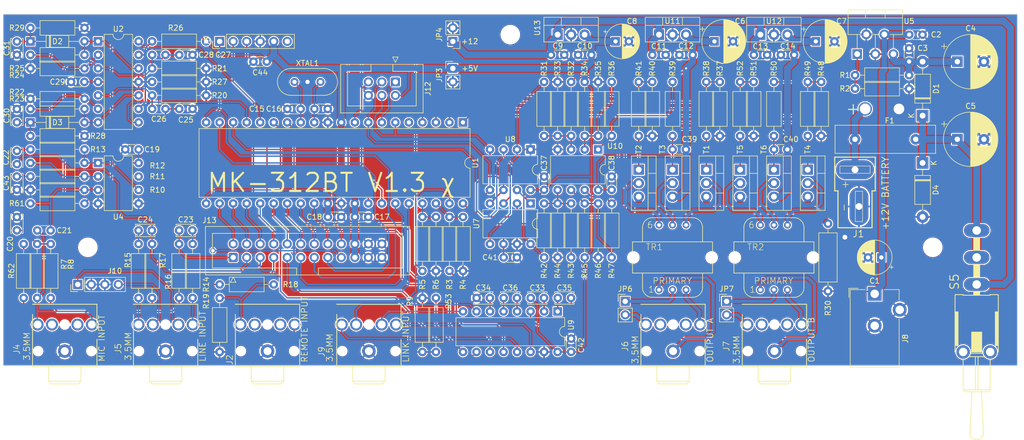
<source format=kicad_pcb>
(kicad_pcb (version 20211014) (generator pcbnew)
  (layers (0 "F.Cu" signal) (31 "B.Cu" signal) (34 "B.Paste" user) (35 "F.Paste" user) (36 "B.SilkS" user "B.Silkscreen") (37 "F.SilkS" user "F.Silkscreen") (38 "B.Mask" user) (39 "F.Mask" user) (44 "Edge.Cuts" user))
  (net 0 "")
  (net 1 "+VDC")
  (net 2 "GND")
  (net 3 "+12V")
  (net 4 "Net-(C5-Pad1)")
  (net 5 "PA1")
  (net 6 "PB5")
  (net 7 "PB7")
  (net 8 "PB3")
  (net 9 "PB2")
  (net 10 "PB1")
  (net 11 "PB0")
  (net 12 "PA0")
  (net 13 "PA6")
  (net 14 "PA7")
  (net 15 "PD2")
  (net 16 "PD3")
  (net 17 "~{CS}")
  (net 18 "RB4")
  (net 19 "RB10")
  (net 20 "RB9")
  (net 21 "+5V")
  (net 26 "Net-(J10-Pad4)")
  (net 27 "Net-(J10-Pad1)")
  (net 34 "Net-(JP7-Pad1)")
  (net 35 "/PSU/V_{CHARGE}")
  (net 36 "Net-(F1-Pad1)")
  (net 37 "9V1")
  (net 38 "9V2")
  (net 39 "Net-(R11-Pad1)")
  (net 40 "Net-(J5-Pad2)")
  (net 41 "Net-(J2-Pad2)")
  (net 43 "/CPU & link/PA4")
  (net 44 "/CPU & link/PA5")
  (net 45 "/CPU & link/RESET")
  (net 46 "Net-(C39-Pad1)")
  (net 47 "Net-(J6-Pad2)")
  (net 48 "Net-(R1-Pad2)")
  (net 49 "Net-(J6-Pad1)")
  (net 50 "Net-(J6-Pad5)")
  (net 51 "Net-(JP6-Pad1)")
  (net 52 "Net-(T1-Pad2)")
  (net 53 "Net-(T2-Pad2)")
  (net 54 "Net-(T3-Pad2)")
  (net 55 "Net-(R31-Pad1)")
  (net 56 "Net-(D2-Pad2)")
  (net 57 "Net-(R26-Pad2)")
  (net 58 "Net-(R34-Pad2)")
  (net 59 "Net-(R41-Pad1)")
  (net 60 "Net-(R36-Pad2)")
  (net 61 "Net-(J7-Pad1)")
  (net 62 "Net-(J7-Pad2)")
  (net 63 "Net-(J7-Pad5)")
  (net 64 "Net-(R38-Pad1)")
  (net 65 "Net-(R42-Pad1)")
  (net 66 "Net-(R45-Pad2)")
  (net 67 "Net-(T5-Pad2)")
  (net 68 "Net-(C40-Pad1)")
  (net 69 "Net-(R47-Pad1)")
  (net 70 "Net-(R49-Pad1)")
  (net 71 "Net-(R52-Pad1)")
  (net 72 "Net-(T4-Pad2)")
  (net 73 "Net-(T6-Pad2)")
  (net 74 "Net-(R42-Pad2)")
  (net 75 "Net-(R31-Pad2)")
  (net 76 "/CPU & link/MISO")
  (net 77 "Net-(C35-Pad2)")
  (net 78 "/CPU & link/RXD")
  (net 79 "/CPU & link/TXD")
  (net 80 "/CPU & link/STATE")
  (net 81 "Net-(R3-Pad2)")
  (net 82 "Net-(C15-Pad1)")
  (net 83 "Net-(C16-Pad1)")
  (net 84 "Net-(C20-Pad1)")
  (net 85 "Net-(C21-Pad1)")
  (net 86 "Net-(C21-Pad2)")
  (net 87 "Net-(C22-Pad1)")
  (net 88 "Net-(C23-Pad2)")
  (net 89 "Net-(C24-Pad2)")
  (net 90 "Net-(C26-Pad1)")
  (net 91 "Net-(C28-Pad1)")
  (net 92 "Net-(C33-Pad1)")
  (net 93 "Net-(C34-Pad1)")
  (net 94 "Net-(C35-Pad1)")
  (net 95 "Net-(C36-Pad1)")
  (net 96 "Net-(C36-Pad2)")
  (net 97 "Net-(C43-Pad1)")
  (net 98 "Net-(D3-Pad2)")
  (net 99 "Net-(J2-Pad5)")
  (net 100 "Net-(J3-Pad2)")
  (net 101 "Net-(J3-Pad3)")
  (net 102 "Net-(J5-Pad5)")
  (net 103 "Net-(J9-Pad2)")
  (net 104 "Net-(J9-Pad3)")
  (net 105 "Net-(J9-Pad4)")
  (net 106 "Net-(J9-Pad5)")
  (net 107 "/CPU & link/PC0")
  (net 108 "/CPU & link/PC1")
  (net 109 "/CPU & link/PC2")
  (net 110 "/CPU & link/PC3")
  (net 111 "/CPU & link/PC4")
  (net 112 "/CPU & link/PC5")
  (net 113 "/CPU & link/PD6")
  (net 114 "/CPU & link/PC6")
  (net 115 "/CPU & link/PD5")
  (net 116 "/CPU & link/PC7")
  (net 117 "/CPU & link/PD7")
  (net 118 "Net-(R5-Pad2)")
  (net 119 "Net-(R12-Pad1)")
  (net 120 "Net-(R22-Pad2)")
  (net 121 "Net-(R24-Pad1)")
  (net 122 "Net-(R53-Pad1)")
  (footprint "Resistor_THT:R_Axial_DIN0207_L6.3mm_D2.5mm_P10.16mm_Horizontal" (layer "F.Cu") (at 152.4 73.66 90)
    (fp_text reference "R31")
    (fp_text value "100k")
  )
  (footprint "Connector_PinHeader_2.54mm:PinHeader_1x06_P2.54mm_Vertical" (layer "F.Cu") (at 91.44 55.88 90)
    (fp_text reference "J3")
    (fp_text value "RADIO INTERFACE")
  )
  (footprint "Resistor_THT:R_Axial_DIN0207_L6.3mm_D2.5mm_P10.16mm_Horizontal" (layer "F.Cu") (at 66.04 73.66 180)
    (fp_text reference "R28")
    (fp_text value "100K")
  )
  (footprint "Capacitor_THT:C_Disc_D3.4mm_W2.1mm_P2.50mm" (layer "F.Cu") (at 154.96 104.14)
    (fp_text reference "C35")
    (fp_text value "1uF")
  )
  (footprint "Capacitor_THT:C_Disc_D3.4mm_W2.1mm_P2.50mm" (layer "F.Cu") (at 152.38 104.14 180)
    (fp_text reference "C33")
    (fp_text value "1uF")
  )
  (footprint "Capacitor_THT:C_Disc_D3.0mm_W1.6mm_P2.50mm" (layer "F.Cu") (at 161.29 58.42 180)
    (fp_text reference "C10")
    (fp_text value "0.1uF")
  )
  (footprint "Capacitor_THT:C_Disc_D3.4mm_W2.1mm_P2.50mm" (layer "F.Cu") (at 144.8 104.14)
    (fp_text reference "C36")
    (fp_text value "1uF")
  )
  (footprint "Resistor_THT:R_Axial_DIN0207_L6.3mm_D2.5mm_P10.16mm_Horizontal" (layer "F.Cu") (at 172.72 63.5 -90)
    (fp_text reference "R40")
    (fp_text value "100k")
  )
  (footprint "Capacitor_THT:C_Disc_D3.0mm_W1.6mm_P2.50mm" (layer "F.Cu") (at 116.86 88.9)
    (fp_text reference "C17")
    (fp_text value "0.1uF")
  )
  (footprint "Package_TO_SOT_THT:TO-220-3_Vertical" (layer "F.Cu") (at 195.58 80.01 -90)
    (fp_text reference "T6")
    (fp_text value "IRF9Z24")
  )
  (footprint "mk312:STX3100" (layer "F.Cu") (at 81.18 116.84 90)
    (fp_text reference "J5")
    (fp_text value "LINE INPUT")
  )
  (footprint "Resistor_THT:R_Axial_DIN0207_L6.3mm_D2.5mm_P10.16mm_Horizontal" (layer "F.Cu") (at 162.56 86.36 -90)
    (fp_text reference "R46")
    (fp_text value "200k")
  )
  (footprint "Capacitor_THT:C_Disc_D3.0mm_W1.6mm_P2.50mm" (layer "F.Cu") (at 176.55 76.2)
    (fp_text reference "C39")
    (fp_text value "0.1uF")
  )
  (footprint "Resistor_THT:R_Axial_DIN0309_L9.0mm_D3.2mm_P12.70mm_Horizontal" (layer "F.Cu") (at 205.74 90.17 -90)
    (fp_text reference "R30")
    (fp_text value "0.5R")
  )
  (footprint "Diode_THT:D_DO-41_SOD81_P10.16mm_Horizontal" (layer "F.Cu") (at 223.52 78.74 -90)
    (fp_text reference "D4")
    (fp_text value "1N4004")
  )
  (footprint "Resistor_THT:R_Axial_DIN0207_L6.3mm_D2.5mm_P10.16mm_Horizontal" (layer "F.Cu") (at 78.74 66.04)
    (fp_text reference "R20")
    (fp_text value "100k")
  )
  (footprint "Resistor_THT:R_Axial_DIN0207_L6.3mm_D2.5mm_P10.16mm_Horizontal" (layer "F.Cu") (at 189.23 73.66 90)
    (fp_text reference "R52")
    (fp_text value "10k")
  )
  (footprint "Crystal:Crystal_HC49-U_Vertical" (layer "F.Cu") (at 105.5 63.5)
    (fp_text reference "XTAL1")
    (fp_text value "8.0 MHz")
  )
  (footprint "Resistor_THT:R_Axial_DIN0207_L6.3mm_D2.5mm_P10.16mm_Horizontal" (layer "F.Cu") (at 66.04 83.82 180)
    (fp_text reference "R10")
    (fp_text value "100k")
  )
  (footprint "Resistor_THT:R_Axial_DIN0207_L6.3mm_D2.5mm_P10.16mm_Horizontal" (layer "F.Cu") (at 182.88 73.66 90)
    (fp_text reference "R38")
    (fp_text value "10k")
  )
  (footprint "Capacitor_THT:C_Disc_D3.0mm_W1.6mm_P2.50mm" (layer "F.Cu") (at 57.17 91.44)
    (fp_text reference "C21")
    (fp_text value "0.1uF")
  )
  (footprint "mk312:STX3100" (layer "F.Cu") (at 100.33 116.84 90)
    (fp_text reference "J2")
    (fp_text value "REMOTE INPUT")
  )
  (footprint "Capacitor_THT:C_Disc_D3.0mm_W1.6mm_P2.50mm" (layer "F.Cu") (at 180.32 58.42 180)
    (fp_text reference "C12")
    (fp_text value "0.1uF")
  )
  (footprint "Resistor_THT:R_Axial_DIN0207_L6.3mm_D2.5mm_P10.16mm_Horizontal" (layer "F.Cu") (at 91.44 104.14 -90)
    (fp_text reference "R19")
    (fp_text value "1k")
  )
  (footprint "mk312:STX3100" (layer "F.Cu") (at 176.53 116.84 90)
    (fp_text reference "J6")
    (fp_text value "OUTPUT A")
  )
  (footprint "Resistor_THT:R_Axial_DIN0207_L6.3mm_D2.5mm_P10.16mm_Horizontal" (layer "F.Cu") (at 137.16 88.9 -90)
    (fp_text reference "R4")
    (fp_text value "20k")
  )
  (footprint "Resistor_THT:R_Axial_DIN0207_L6.3mm_D2.5mm_P10.16mm_Horizontal" (layer "F.Cu") (at 132.08 88.9 -90)
    (fp_text reference "R6")
    (fp_text value "3.3k")
  )
  (footprint "Capacitor_THT:CP_Radial_D10.0mm_P5.00mm" (layer "F.Cu") (at 230.042323 74.295)
    (fp_text reference "C5")
    (fp_text value "1000uF")
  )
  (footprint "Capacitor_THT:C_Disc_D3.0mm_W1.6mm_P2.50mm" (layer "F.Cu") (at 109.24 68.58)
    (fp_text reference "C16")
    (fp_text value "18pF")
  )
  (footprint "Connector_PinHeader_2.54mm:PinHeader_1x02_P2.54mm_Vertical" (layer "F.Cu") (at 167.64 104.775)
    (fp_text reference "JP6")
    (fp_text value "JP1E")
  )
  (footprint "MountingHole:MountingHole_2.7mm_M2.5" (layer "F.Cu") (at 66.675 94.615)
    (fp_text reference "H3" hide)
    (fp_text value "MountingHole")
  )
  (footprint "Resistor_THT:R_Axial_DIN0207_L6.3mm_D2.5mm_P10.16mm_Horizontal" (layer "F.Cu") (at 76.2 93.98 -90)
    (fp_text reference "R15")
    (fp_text value "1k")
  )
  (footprint "Capacitor_THT:C_Disc_D3.4mm_W2.1mm_P2.50mm" (layer "F.Cu") (at 142.22 104.14 180)
    (fp_text reference "C34")
    (fp_text value "1uF")
  )
  (footprint "Resistor_THT:R_Axial_DIN0207_L6.3mm_D2.5mm_P10.16mm_Horizontal" (layer "F.Cu") (at 220.98 62.23 180)
    (fp_text reference "R1")
    (fp_text value "12k")
  )
  (footprint "Resistor_THT:R_Axial_DIN0207_L6.3mm_D2.5mm_P10.16mm_Horizontal" (layer "F.Cu") (at 55.88 66.675)
    (fp_text reference "R22")
    (fp_text value "20k")
  )
  (footprint "Capacitor_THT:C_Disc_D3.4mm_W2.1mm_P2.50mm" (layer "F.Cu") (at 53.34 76.474 -90)
    (fp_text reference "C22")
    (fp_text value "1uF")
  )
  (footprint "Resistor_THT:R_Axial_DIN0207_L6.3mm_D2.5mm_P10.16mm_Horizontal" (layer "F.Cu") (at 134.62 99.06 90)
    (fp_text reference "R3")
    (fp_text value "100k")
  )
  (footprint "Capacitor_THT:C_Disc_D3.0mm_W1.6mm_P2.50mm" (layer "F.Cu") (at 195.6 76.2)
    (fp_text reference "C40")
    (fp_text value "0.1uF")
  )
  (footprint "Capacitor_THT:C_Disc_D3.0mm_W1.6mm_P2.50mm" (layer "F.Cu") (at 165.1 83.8 90)
    (fp_text reference "C38")
    (fp_text value "0.1uF")
  )
  (footprint "Resistor_THT:R_Axial_DIN0207_L6.3mm_D2.5mm_P10.16mm_Horizontal" (layer "F.Cu") (at 162.56 73.66 90)
    (fp_text reference "R35")
    (fp_text value "200k")
  )
  (footprint "Capacitor_THT:C_Disc_D3.0mm_W1.6mm_P2.50mm" (layer "F.Cu") (at 157.48 114.28 90)
    (fp_text reference "C42")
    (fp_text value "0.1uF")
  )
  (footprint "Resistor_THT:R_Axial_DIN0207_L6.3mm_D2.5mm_P10.16mm_Horizontal" (layer "F.Cu") (at 154.94 86.36 -90)
    (fp_text reference "R44")
    (fp_text value "100k")
  )
  (footprint "Resistor_THT:R_Axial_DIN0207_L6.3mm_D2.5mm_P10.16mm_Horizontal" (layer "F.Cu") (at 170.18 73.66 90)
    (fp_text reference "R41")
    (fp_text value "10k")
  )
  (footprint "Resistor_THT:R_Axial_DIN0207_L6.3mm_D2.5mm_P10.16mm_Horizontal" (layer "F.Cu") (at 66.04 68.58 180)
    (fp_text reference "R23")
    (fp_text value "1M")
  )
  (footprint "mk312:DEANS" (layer "F.Cu") (at 210.82 80.01)
    (fp_text reference "J1")
    (fp_text value "+12V BATTERY")
    (fp_line (start 0.0508 9.7536) (end 0.0508 4.064) (layer "Edge.Cuts") (width 0.127))
    (fp_line (start 0.0508 9.7536) (end 1.4224 9.7536) (layer "Edge.Cuts") (width 0.127))
    (fp_line (start -2.8448 -0.6858) (end 2.8448 -0.6858) (layer "Edge.Cuts") (width 0.127))
    (fp_line (start 2.8448 0.6858) (end 2.8448 -0.6858) (layer "Edge.Cuts") (width 0.127))
    (fp_line (start 0.0508 4.064) (end 1.4224 4.064) (layer "Edge.Cuts") (width 0.127))
    (fp_line (start 2.8448 0.6858) (end -2.8448 0.6858) (layer "Edge.Cuts") (width 0.127))
    (fp_line (start 1.4224 4.064) (end 1.4224 9.7536) (layer "Edge.Cuts") (width 0.127))
    (fp_line (start -2.8448 0.6858) (end -2.8448 -0.6858) (layer "Edge.Cuts") (width 0.127))
  )
  (footprint "Package_TO_SOT_THT:TO-220-3_Vertical" (layer "F.Cu") (at 173.99 54.61)
    (fp_text reference "U11")
    (fp_text value "7809TV")
  )
  (footprint "Fuse:Fuse_Littelfuse-LVR100" (layer "F.Cu") (at 210.82 74.295)
    (fp_text reference "F1")
    (fp_text value "1A POLY")
  )
  (footprint "Capacitor_THT:C_Disc_D3.0mm_W1.6mm_P2.50mm" (layer "F.Cu") (at 221 54.61)
    (fp_text reference "C2")
    (fp_text value "0.1uF")
  )
  (footprint "Resistor_THT:R_Axial_DIN0207_L6.3mm_D2.5mm_P10.16mm_Horizontal" (layer "F.Cu") (at 204.47 63.5 -90)
    (fp_text reference "R48")
    (fp_text value "100k")
  )
  (footprint "Resistor_THT:R_Axial_DIN0207_L6.3mm_D2.5mm_P10.16mm_Horizontal" (layer "F.Cu") (at 152.4 86.36 -90)
    (fp_text reference "R42")
    (fp_text value "100K")
  )
  (footprint "Package_TO_SOT_THT:TO-220-5_P3.4x3.7mm_StaggerOdd_Lead3.8mm_Vertical" (layer "F.Cu") (at 211.23 58.26)
    (fp_text reference "U5")
    (fp_text value "LM2941T")
  )
  (footprint "Capacitor_THT:C_Disc_D3.0mm_W1.6mm_P2.50mm" (layer "F.Cu") (at 172.74 58.42)
    (fp_text reference "C11")
    (fp_text value "0.1uF")
  )
  (footprint "Connector_IDC:IDC-Header_2x03_P2.54mm_Vertical" (layer "F.Cu") (at 124.46 63.5 -90)
    (fp_text reference "J12")
    (fp_text value "Conn 02x03")
  )
  (footprint "Package_DIP:DIP-8_W7.62mm" (layer "F.Cu") (at 68.59 78.75)
    (fp_text reference "U4")
    (fp_text value "LM358N")
  )
  (footprint "Capacitor_THT:CP_Radial_D8.0mm_P3.50mm" (layer "F.Cu") (at 184.402349 55.88)
    (fp_text reference "C6")
    (fp_text value "470uF")
  )
  (footprint "Resistor_THT:R_Axial_DIN0207_L6.3mm_D2.5mm_P10.16mm_Horizontal" (layer "F.Cu") (at 66.04 53.34 180)
    (fp_text reference "R29")
    (fp_text value "100k")
  )
  (footprint "Package_TO_SOT_THT:TO-220-3_Vertical" (layer "F.Cu") (at 182.88 80.01 -90)
    (fp_text reference "T1")
    (fp_text value "IRL520N")
  )
  (footprint "Package_DIP:DIP-8_W7.62mm" (layer "F.Cu") (at 149.85 86.37 -90)
    (fp_text reference "U7")
    (fp_text value "LTC1661")
  )
  (footprint "Capacitor_THT:C_Disc_D3.4mm_W2.1mm_P2.50mm" (layer "F.Cu") (at 53.34 68.6 -90)
    (fp_text reference "C30")
    (fp_text value "1uF")
  )
  (footprint "Resistor_THT:R_Axial_DIN0207_L6.3mm_D2.5mm_P10.16mm_Horizontal" (layer "F.Cu") (at 210.82 64.77)
    (fp_text reference "R2")
    (fp_text value "1.2k")
  )
  (footprint "Connector_BarrelJack:BarrelJack_CUI_PJ-102AH_Horizontal" (layer "F.Cu") (at 214.515 103.365)
    (fp_text reference "J8")
    (fp_text value "VDC INPUT")
  )
  (footprint "Capacitor_THT:C_Disc_D3.0mm_W1.6mm_P2.50mm" (layer "F.Cu") (at 78.76 68.58)
    (fp_text reference "C26")
    (fp_text value "0.1uF")
  )
  (footprint "Resistor_THT:R_Axial_DIN0207_L6.3mm_D2.5mm_P10.16mm_Horizontal" (layer "F.Cu") (at 160.02 63.5 -90)
    (fp_text reference "R34")
    (fp_text value "100k")
  )
  (footprint "Capacitor_THT:CP_Radial_D10.0mm_P5.00mm" (layer "F.Cu") (at 230.042323 59.69)
    (fp_text reference "C4")
    (fp_text value "1000uF")
  )
  (footprint "Resistor_THT:R_Axial_DIN0207_L6.3mm_D2.5mm_P10.16mm_Horizontal" (layer "F.Cu") (at 132.08 104.14 -90)
    (fp_text reference "R53")
    (fp_text value "4.7k")
  )
  (footprint "Resistor_THT:R_Axial_DIN0207_L6.3mm_D2.5mm_P10.16mm_Horizontal" (layer "F.Cu") (at 83.82 104.14 90)
    (fp_text reference "R16")
    (fp_text value "20k")
  )
  (footprint "Resistor_THT:R_Axial_DIN0207_L6.3mm_D2.5mm_P10.16mm_Horizontal" (layer "F.Cu") (at 91.44 101.6)
    (fp_text reference "R18")
    (fp_text value "1.5k")
  )
  (footprint "Capacitor_THT:C_Disc_D3.0mm_W1.6mm_P2.50mm" (layer "F.Cu") (at 106.66 68.58 180)
    (fp_text reference "C15")
    (fp_text value "18pF")
  )
  (footprint "Resistor_THT:R_Axial_DIN0207_L6.3mm_D2.5mm_P10.16mm_Horizontal" (layer "F.Cu") (at 66.04 81.28 180)
    (fp_text reference "R11")
    (fp_text value "20k")
  )
  (footprint "Capacitor_THT:CP_Radial_D6.3mm_P2.50mm" (layer "F.Cu") (at 165.822621 55.88)
    (fp_text reference "C8")
    (fp_text value "10uF")
  )
  (footprint "mk312:STX3100" (layer "F.Cu") (at 195.58 116.84 90)
    (fp_text reference "J7")
    (fp_text value "OUTPUT B")
  )
  (footprint "mk312:42TL" (layer "F.Cu") (at 176.53 96.52)
    (fp_text reference "TR1")
    (fp_text value "42TL004")
  )
  (footprint "Resistor_THT:R_Axial_DIN0207_L6.3mm_D2.5mm_P10.16mm_Horizontal" (layer "F.Cu") (at 78.74 104.14 90)
    (fp_text reference "R17")
    (fp_text value "20k")
  )
  (footprint "Capacitor_THT:C_Disc_D3.4mm_W2.1mm_P2.50mm" (layer "F.Cu") (at 53.34 81.28 -90)
    (fp_text reference "C43")
    (fp_text value "1uF")
  )
  (footprint "Connector_PinHeader_2.54mm:PinHeader_1x04_P2.54mm_Vertical" (layer "F.Cu") (at 64.78 101.6 90)
    (fp_text reference "J10")
    (fp_text value "Conn 1x4")
  )
  (footprint "Resistor_THT:R_Axial_DIN0207_L6.3mm_D2.5mm_P10.16mm_Horizontal" (layer "F.Cu") (at 54.61 93.98 -90)
    (fp_text reference "R62")
    (fp_text value "1k")
  )
  (footprint "Resistor_THT:R_Axial_DIN0207_L6.3mm_D2.5mm_P10.16mm_Horizontal" (layer "F.Cu") (at 157.48 63.5 -90)
    (fp_text reference "R32")
    (fp_text value "100k")
  )
  (footprint "Capacitor_THT:C_Disc_D3.4mm_W2.1mm_P2.50mm" (layer "F.Cu") (at 53.34 91.42 90)
    (fp_text reference "C20")
    (fp_text value "1uF")
  )
  (footprint "Capacitor_THT:C_Disc_D3.4mm_W2.1mm_P2.50mm" (layer "F.Cu") (at 83.82 91.44)
    (fp_text reference "C23")
    (fp_text value "1uF")
  )
  (footprint "Capacitor_THT:C_Disc_D3.0mm_W1.6mm_P2.50mm" (layer "F.Cu") (at 66.02 63.5 180)
    (fp_text reference "C29")
    (fp_text value "0.1uF")
  )
  (footprint "Capacitor_THT:C_Disc_D3.0mm_W1.6mm_P2.50mm" (layer "F.Cu") (at 153.69 58.42)
    (fp_text reference "C9")
    (fp_text value "0.1uF")
  )
  (footprint "Capacitor_THT:C_Disc_D3.0mm_W1.6mm_P2.50mm" (layer "F.Cu") (at 144.8 96.52)
    (fp_text reference "C41")
    (fp_text value "0.1uF")
  )
  (footprint "Resistor_THT:R_Axial_DIN0207_L6.3mm_D2.5mm_P10.16mm_Horizontal" (layer "F.Cu") (at 160.02 96.52 90)
    (fp_text reference "R45")
    (fp_text value "100k")
  )
  (footprint "Resistor_THT:R_Axial_DIN0207_L6.3mm_D2.5mm_P10.16mm_Horizontal" (layer "F.Cu") (at 201.93 73.66 90)
    (fp_text reference "R49")
    (fp_text value "10k")
  )
  (footprint "Capacitor_THT:C_Disc_D3.0mm_W1.6mm_P2.50mm" (layer "F.Cu") (at 76.2 76.2 180)
    (fp_text reference "C19")
    (fp_text value "0.1uF")
  )
  (footprint "Resistor_THT:R_Axial_DIN0207_L6.3mm_D2.5mm_P10.16mm_Horizontal" (layer "F.Cu") (at 66.04 76.2 180)
    (fp_text reference "R13")
    (fp_text value "4.7k")
  )
  (footprint "Resistor_THT:R_Axial_DIN0207_L6.3mm_D2.5mm_P10.16mm_Horizontal" (layer "F.Cu") (at 86.36 93.98 -90)
    (fp_text reference "R14")
    (fp_text value "1k")
  )
  (footprint "mk312:42TL" (layer "F.Cu") (at 195.58 96.52)
    (fp_text reference "TR2")
    (fp_text value "42TL004")
  )
  (footprint "mk312:STX3100" (layer "F.Cu") (at 62.23 116.84 90)
    (fp_text reference "J4")
    (fp_text value "MIC INPUT")
  )
  (footprint "Resistor_THT:R_Axial_DIN0207_L6.3mm_D2.5mm_P10.16mm_Horizontal" (layer "F.Cu") (at 165.1 86.36 -90)
    (fp_text reference "R47")
    (fp_text value "100k")
  )
  (footprint "Resistor_THT:R_Axial_DIN0207_L6.3mm_D2.5mm_P10.16mm_Horizontal" (layer "F.Cu") (at 165.1 63.5 -90)
    (fp_text reference "R36")
    (fp_text value "100k")
  )
  (footprint "Capacitor_THT:C_Disc_D3.0mm_W1.6mm_P2.50mm" (layer "F.Cu") (at 111.78 88.9)
    (fp_text reference "C18")
    (fp_text value "0.1uF")
  )
  (footprint "Resistor_THT:R_Axial_DIN0207_L6.3mm_D2.5mm_P10.16mm_Horizontal" (layer "F.Cu") (at 129.54 114.3 90)
    (fp_text reference "R9")
    (fp_text value "10k")
  )
  (footprint "Diode_THT:D_DO-41_SOD81_P10.16mm_Horizontal" (layer "F.Cu") (at 223.52 69.85 90)
    (fp_text reference "D1")
    (fp_text value "1N4004")
  )
  (footprint "Capacitor_THT:C_Disc_D3.0mm_W1.6mm_P2.50mm" (layer "F.Cu") (at 191.81 58.42)
    (fp_text reference "C13")
    (fp_text value "0.1uF")
  )
  (footprint "Resistor_THT:R_Axial_DIN0207_L6.3mm_D2.5mm_P10.16mm_Horizontal" (layer "F.Cu") (at 78.74 60.96)
    (fp_text reference "R21")
    (fp_text value "100k")
  )
  (footprint "Resistor_THT:R_Axial_DIN0207_L6.3mm_D2.5mm_P10.16mm_Horizontal" (layer "F.Cu") (at 195.58 73.66 90)
    (fp_text reference "R50")
    (fp_text value "10k")
  )
  (footprint "Capacitor_THT:CP_Radial_D6.3mm_P2.50mm" (layer "F.Cu") (at 215.762651 96.52 180)
    (fp_text reference "C1")
    (fp_text value "10uF")
  )
  (footprint "Resistor_THT:R_Axial_DIN0207_L6.3mm_D2.5mm_P10.16mm_Horizontal" (layer "F.Cu") (at 154.94 73.66 90)
    (fp_text reference "R33")
    (fp_text value "100k")
  )
  (footprint "Resistor_THT:R_Axial_DIN0207_L6.3mm_D2.5mm_P10.16mm_Horizontal" (layer "F.Cu") (at 59.69 104.14 90)
    (fp_text reference "R8")
    (fp_text value "2.2k")
  )
  (footprint "Resistor_THT:R_Axial_DIN0207_L6.3mm_D2.5mm_P10.16mm_Horizontal" (layer "F.Cu") (at 66.04 86.36 180)
    (fp_text reference "R61")
    (fp_text value "100k")
  )
  (footprint "Resistor_THT:R_Axial_DIN0207_L6.3mm_D2.5mm_P10.16mm_Horizontal" (layer "F.Cu") (at 129.54 99.06 90)
    (fp_text reference "R5")
    (fp_text value "10k")
  )
  (footprint "Resistor_THT:R_Axial_DIN0207_L6.3mm_D2.5mm_P10.16mm_Horizontal" (layer "F.Cu") (at 157.48 96.52 90)
    (fp_text reference "R43")
    (fp_text value "100k")
  )
  (footprint "Connector_PinHeader_2.54mm:PinHeader_1x02_P2.54mm_Vertical" (layer "F.Cu") (at 135.255 55.885004 180)
    (fp_text reference "JP4")
    (fp_text value "+12")
  )
  (footprint "Diode_THT:D_DO-35_SOD27_P10.16mm_Horizontal" (layer "F.Cu") (at 55.88 55.88)
    (fp_text reference "D2")
    (fp_text value "1N4148")
  )
  (footprint "Resistor_THT:R_Axial_DIN0207_L6.3mm_D2.5mm_P10.16mm_Horizontal" (layer "F.Cu") (at 191.77 63.5 -90)
    (fp_text reference "R51")
    (fp_text value "100k")
  )
  (footprint "Package_DIP:DIP-14_W7.62mm" (layer "F.Cu") (at 68.59 55.875)
    (fp_text reference "U2")
    (fp_text value "LM324N")
  )
  (footprint "Package_DIP:DIP-8_W7.62mm" (layer "F.Cu") (at 149.85 76.21 -90)
    (fp_text reference "U8")
    (fp_text value "MAX548A")
  )
  (footprint "Connector_PinHeader_2.54mm:PinHeader_1x02_P2.54mm_Vertical" (layer "F.Cu") (at 135.255 60.954996)
    (fp_text reference "JP3")
    (fp_text value "+5V")
  )
  (footprint "Capacitor_THT:C_Disc_D3.0mm_W1.6mm_P2.50mm" (layer "F.Cu") (at 199.39 58.42 180)
    (fp_text reference "C14")
    (fp_text value "0.1uF")
  )
  (footprint "mk312:STX3100" (layer "F.Cu") (at 119.38 116.84 90)
    (fp_text reference "J9")
    (fp_text value "LINK INPUT")
  )
  (footprint "MountingHole:MountingHole_2.7mm_M2.5" (layer "F.Cu") (at 146.05 54.61)
    (fp_text reference "H2" hide)
    (fp_text value "MountingHole")
  )
  (footprint "Capacitor_THT:C_Disc_D3.4mm_W2.1mm_P2.50mm" (layer "F.Cu") (at 78.7 91.44 180)
    (fp_text reference "C24")
    (fp_text value "1uF")
  )
  (footprint "Package_TO_SOT_THT:TO-220-3_Vertical" (layer "F.Cu") (at 176.53 80.01 -90)
    (fp_text reference "T3")
    (fp_text value "IRF9Z24")
  )
  (footprint "Capacitor_THT:C_Disc_D3.0mm_W1.6mm_P2.50mm" (layer "F.Cu") (at 100.29 59.69 180)
    (fp_text reference "C44")
    (fp_text value "0.1uF")
  )
  (footprint "Resistor_THT:R_Axial_DIN0207_L6.3mm_D2.5mm_P10.16mm_Horizontal" (layer "F.Cu") (at 57.15 93.98 -90)
    (fp_text reference "R7")
    (fp_text value "2.2k")
  )
  (footprint "Package_TO_SOT_THT:TO-220-3_Vertical" (layer "F.Cu") (at 193.04 54.61)
    (fp_text reference "U12")
    (fp_text value "7809TV")
  )
  (footprint "Connector_IDC:IDC-Header_2x12_P2.54mm_Vertical" (layer "F.Cu") (at 93.98 96.52 90)
    (fp_text reference "J13")
    (fp_text value "Conn_02x12")
  )
  (footprint "Resistor_THT:R_Axial_DIN0207_L6.3mm_D2.5mm_P10.16mm_Horizontal" (layer "F.Cu") (at 88.9 55.88 180)
    (fp_text reference "R26")
    (fp_text value "1M")
  )
  (footprint "Package_TO_SOT_THT:TO-220-3_Vertical" (layer "F.Cu") (at 201.93 80.01 -90)
    (fp_text reference "T4")
    (fp_text value "IRL520N")
  )
  (footprint "Connector_PinHeader_2.54mm:PinHeader_1x02_P2.54mm_Vertical" (layer "F.Cu") (at 186.69 104.775)
    (fp_text reference "JP7")
    (fp_text value "JP1E")
  )
  (footprint "Package_TO_SOT_THT:TO-220-3_Vertical" (layer "F.Cu") (at 189.23 80.01 -90)
    (fp_text reference "T5")
    (fp_text value "IRL520N")
  )
  (footprint "Resistor_THT:R_Axial_DIN0207_L6.3mm_D2.5mm_P10.16mm_Horizontal" (layer "F.Cu") (at 66.04 60.96 180)
    (fp_text reference "R24")
    (fp_text value "20k")
  )
  (footprint "mk312:LPV-1" (layer "F.Cu") (at 233.68 114.3)
    (fp_text reference "S5")
    (fp_text value "SPDT switch")
  )
  (footprint "Resistor_THT:R_Axial_DIN0207_L6.3mm_D2.5mm_P10.16mm_Horizontal" (layer "F.Cu") (at 66.04 78.74 180)
    (fp_text reference "R12")
    (fp_text value "1M")
  )
  (footprint "Resistor_THT:R_Axial_DIN0207_L6.3mm_D2.5mm_P10.16mm_Horizontal" (layer "F.Cu") (at 185.42 63.5 -90)
    (fp_text reference "R37")
    (fp_text value "100k")
  )
  (footprint "Capacitor_THT:C_Disc_D3.0mm_W1.6mm_P2.50mm" (layer "F.Cu") (at 220.98 59.67 90)
    (fp_text reference "C3")
    (fp_text value "0.1uF")
  )
  (footprint "Capacitor_THT:C_Disc_D3.0mm_W1.6mm_P2.50mm" (layer "F.Cu") (at 86.34 58.42 180)
    (fp_text reference "C27")
    (fp_text value "1nF")
  )
  (footprint "Capacitor_THT:C_Disc_D3.0mm_W1.6mm_P2.50mm" (layer "F.Cu") (at 86.34 68.58 180)
    (fp_text reference "C25")
    (fp_text value "1nF")
  )
  (footprint "Capacitor_THT:CP_Radial_D8.0mm_P3.50mm" (layer "F.Cu") (at 203.452349 55.88)
    (fp_text reference "C7")
    (fp_text value "470uF")
  )
  (footprint "Resistor_THT:R_Axial_DIN0207_L6.3mm_D2.5mm_P10.16mm_Horizontal" (layer "F.Cu") (at 66.04 58.42 180)
    (fp_text reference "R25")
    (fp_text value "1M")
  )
  (footprint "" (layer "F.Cu") (at 146.05 54.61)
    (fp_text reference "@HOLE4" hide)
    (fp_text value "")
  )
  (footprint "Resistor_THT:R_Axial_DIN0207_L6.3mm_D2.5mm_P10.16mm_Horizontal" (layer "F.Cu") (at 176.53 73.66 90)
    (fp_text reference "R39")
    (fp_text value "10k")
  )
  (footprint "Package_DIP:DIP-8_W7.62mm" (layer "F.Cu") (at 162.56 76.21 -90)
    (fp_text reference "U10")
    (fp_text value "LM358N")
  )
  (footprint "Diode_THT:D_DO-35_SOD27_P10.16mm_Horizontal" (layer "F.Cu") (at 55.88 71.12)
    (fp_text reference "D3")
    (fp_text value "1N4148")
  )
  (footprint "MountingHole:MountingHole_2.7mm_M2.5" (layer "F.Cu") (at 225.425 94.615)
    (fp_text reference "H1" hide)
    (fp_text value "MountingHole")
  )
  (footprint "Package_TO_SOT_THT:TO-220-3_Vertical" (layer "F.Cu") (at 170.18 80.01 -90)
    (fp_text reference "T2")
    (fp_text value "IRL520N")
  )
  (footprint "" (layer "F.Cu") (at 225.425 94.615)
    (fp_text reference "@HOLE1" hide)
    (fp_text value "")
  )
  (footprint "" (layer "F.Cu") (at 66.675 94.615)
    (fp_text reference "@HOLE0" hide)
    (fp_text value "")
  )
  (footprint "Package_DIP:DIP-16_W7.62mm" (layer "F.Cu") (at 154.94 106.68 -90)
    (fp_text reference "U9")
    (fp_text value "MAX232")
  )
  (footprint "Capacitor_THT:C_Disc_D3.0mm_W1.6mm_P2.50mm" (layer "F.Cu") (at 78.76 58.42)
    (fp_text reference "C28")
    (fp_text value "0.1uF")
  )
  (footprint "Capacitor_THT:C_Disc_D3.4mm_W2.1mm_P2.50mm" (layer "F.Cu") (at 53.34 55.9 -90)
    (fp_text reference "C31")
    (fp_text value "1uF")
  )
  (footprint "Package_DIP:DIP-40_W15.24mm" (layer "F.Cu") (at 137.155 71.115 -90)
    (fp_text reference "U1")
    (fp_text value "ATMEGA16/32-P")
  )
  (footprint "Package_TO_SOT_THT:TO-220-3_Vertical" (layer "F.Cu") (at 154.94 54.61)
    (fp_text reference "U13")
    (fp_text value "7805TV")
  )
  (footprint "Capacitor_THT:C_Disc_D3.0mm_W1.6mm_P2.50mm" (layer "F.Cu") (at 152.4 81.3 -90)
    (fp_text reference "C37")
    (fp_text value "0.1uF")
  )
  (footprint "Resistor_THT:R_Axial_DIN0207_L6.3mm_D2.5mm_P10.16mm_Horizontal" (layer "F.Cu") (at 78.74 63.5)
    (fp_text reference "R27")
    (fp_text value "100k")
  )
  (gr_line (start 50.8 50.8) (end 50.8 116.84) (layer "Edge.Cuts") (width 0.05))
  (gr_line (start 50.8 116.84) (end 50.8 116.84) (layer "Edge.Cuts") (width 0.05))
  (gr_line (start 241.3 116.84) (end 241.3 50.8) (layer "Edge.Cuts") (width 0.05))
  (gr_line (start 50.8 116.84) (end 241.3 116.84) (layer "Edge.Cuts") (width 0.05))
  (gr_line (start 241.3 50.8) (end 50.8 50.8) (layer "Edge.Cuts") (width 0.05))
  (gr_text "+" (at 208.915 69.85) (layer "F.SilkS") (effects (font (size 2.3368 2.3368) (thickness 0.2032)) (justify left bottom)))
  (gr_text "MK-312BT V1.3 χ" (at 88.9 84.455) (layer "F.SilkS") (effects (font (size 3.429 3.429) (thickness 0.381)) (justify left bottom)))
  (gr_text "PRIMARY" (at 191.77 101.6) (layer "F.SilkS") (effects (font (size 1.1684 1.1684) (thickness 0.1016)) (justify left bottom)))
  (gr_text "PRIMARY" (at 172.72 101.6) (layer "F.SilkS") (effects (font (size 1.1684 1.1684) (thickness 0.1016)) (justify left bottom)))
  (segment (start 165.1 110.49) (end 166.37 111.76) (width 0.254) (layer "F.Cu") (net 1))
  (segment (start 207.01 111.76) (end 208.28 110.49) (width 0.254) (layer "F.Cu") (net 1))
  (segment (start 209.55 102.87) (end 211.96 102.87) (width 0.254) (layer "F.Cu") (net 1))
  (segment (start 166.37 111.76) (end 207.01 111.76) (width 0.254) (layer "F.Cu") (net 1))
  (segment (start 163.83 100.33) (end 165.1 101.6) (width 0.254) (layer "F.Cu") (net 1))
  (segment (start 208.28 104.14) (end 209.55 102.87) (width 0.254) (layer "F.Cu") (net 1))
  (segment (start 165.1 101.6) (end 165.1 110.49) (width 0.254) (layer "F.Cu") (net 1))
  (segment (start 211.96 102.87) (end 214.67 103.04) (width 0.254) (layer "F.Cu") (net 1))
  (segment (start 134.62 99.06) (end 135.89 100.33) (width 0.254) (layer "F.Cu") (net 1))
  (segment (start 135.89 100.33) (end 163.83 100.33) (width 0.254) (layer "F.Cu") (net 1))
  (segment (start 208.28 110.49) (end 208.28 104.14) (width 0.254) (layer "F.Cu") (net 1))
  (segment (start 216.33 61.165) (end 215.9 61.595) (width 1.27) (layer "B.Cu") (net 1))
  (segment (start 216.329997 54.637508) (end 216.329997 61.165003) (width 1.016) (layer "B.Cu") (net 1))
  (segment (start 216.675 54.61) (end 216.33 54.6375) (width 1.27) (layer "B.Cu") (net 1))
  (segment (start 215.9 61.595) (end 215.9 96.52) (width 1.27) (layer "B.Cu") (net 1))
  (segment (start 214.67 102.83) (end 215.9 101.6) (width 1.27) (layer "B.Cu") (net 1))
  (segment (start 220.98 54.61) (end 216.675 54.61) (width 1.27) (layer "B.Cu") (net 1))
  (segment (start 215.9 101.6) (end 215.9 96.52) (width 1.27) (layer "B.Cu") (net 1))
  (via (at 107.95 63.5) (size 1.2064) (drill 0.8) (layers "F.Cu" "B.Cu") (net 2))
  (via (at 219.075 68.58) (size 2.54) (drill 2) (layers "F.Cu" "B.Cu") (net 2))
  (via (at 208.915 92.71) (size 1.3064) (drill 0.9) (layers "F.Cu" "B.Cu") (net 2))
  (segment (start 128.27 57.15) (end 129.54 55.88) (width 0.254) (layer "F.Cu") (net 3))
  (segment (start 128.27 97.79) (end 128.27 57.15) (width 0.254) (layer "F.Cu") (net 3))
  (segment (start 129.54 55.88) (end 135.255 55.88) (width 0.254) (layer "F.Cu") (net 3))
  (segment (start 129.54 99.06) (end 128.27 97.79) (width 0.254) (layer "F.Cu") (net 3))
  (segment (start 137.795 58.42) (end 153.69 58.42) (width 1.27) (layer "B.Cu") (net 3))
  (segment (start 153.69 55.86) (end 154.94 54.61) (width 1.27) (layer "B.Cu") (net 3))
  (segment (start 173.99 52.07) (end 173.99 54.61) (width 1.27) (layer "B.Cu") (net 3))
  (segment (start 137.795 58.42) (end 135.255 55.88) (width 1.27) (layer "B.Cu") (net 3))
  (segment (start 154.94 54.61) (end 154.94 53.34) (width 1.27) (layer "B.Cu") (net 3))
  (segment (start 172.74 55.86) (end 173.99 54.61) (width 1.27) (layer "B.Cu") (net 3))
  (segment (start 193.04 54.61) (end 193.04 52.07) (width 1.27) (layer "B.Cu") (net 3))
  (segment (start 154.94 53.34) (end 156.21 52.07) (width 1.27) (layer "B.Cu") (net 3))
  (segment (start 191.81 55.84) (end 193.04 54.61) (width 1.27) (layer "B.Cu") (net 3))
  (segment (start 156.21 52.07) (end 173.99 52.07) (width 1.27) (layer "B.Cu") (net 3))
  (segment (start 172.74 58.42) (end 172.74 55.86) (width 1.27) (layer "B.Cu") (net 3))
  (segment (start 153.69 58.42) (end 153.69 55.86) (width 1.27) (layer "B.Cu") (net 3))
  (segment (start 238.76 52.07) (end 193.04 52.07) (width 1.27) (layer "B.Cu") (net 3))
  (segment (start 233.68 101.6) (end 238.76 101.6) (width 1.27) (layer "B.Cu") (net 3))
  (segment (start 240.03 53.34) (end 238.76 52.07) (width 1.27) (layer "B.Cu") (net 3))
  (segment (start 238.76 101.6) (end 240.03 100.33) (width 1.27) (layer "B.Cu") (net 3))
  (segment (start 240.03 100.33) (end 240.03 53.34) (width 1.27) (layer "B.Cu") (net 3))
  (segment (start 191.81 58.42) (end 191.81 55.84) (width 1.27) (layer "B.Cu") (net 3))
  (segment (start 193.04 52.07) (end 173.99 52.07) (width 1.27) (layer "B.Cu") (net 3))
  (segment (start 223.52 74.295) (end 222.22 74.295) (width 1.27) (layer "B.Cu") (net 4))
  (segment (start 223.52 74.295) (end 223.52 78.74) (width 1.27) (layer "B.Cu") (net 4))
  (segment (start 229.87 74.295) (end 233.68 78.105) (width 1.27) (layer "B.Cu") (net 4))
  (segment (start 233.68 91.44) (end 233.68 96.52) (width 1.27) (layer "B.Cu") (net 4))
  (segment (start 229.87 74.295) (end 223.52 74.295) (width 1.27) (layer "B.Cu") (net 4))
  (segment (start 233.68 78.105) (end 233.68 91.44) (width 1.27) (layer "B.Cu") (net 4))
  (segment (start 223.52 69.85) (end 223.52 74.295) (width 1.27) (layer "B.Cu") (net 4))
  (segment (start 82.55 99.06) (end 81.28 97.79) (width 0.254) (layer "F.Cu") (net 5))
  (segment (start 99.06 96.52) (end 99.06 97.79) (width 0.254) (layer "F.Cu") (net 5))
  (segment (start 97.79 99.06) (end 82.55 99.06) (width 0.254) (layer "F.Cu") (net 5))
  (segment (start 81.28 97.79) (end 81.28 68.58) (width 0.254) (layer "F.Cu") (net 5))
  (segment (start 81.28 68.58) (end 83.82 68.58) (width 0.254) (layer "F.Cu") (net 5))
  (segment (start 99.06 97.79) (end 97.79 99.06) (width 0.254) (layer "F.Cu") (net 5))
  (segment (start 102.87 100.33) (end 101.6 99.06) (width 0.254) (layer "B.Cu") (net 5))
  (segment (start 101.6 99.06) (end 99.695 99.06) (width 0.254) (layer "B.Cu") (net 5))
  (segment (start 102.87 102.87) (end 102.87 100.33) (width 0.254) (layer "B.Cu") (net 5))
  (segment (start 99.695 99.06) (end 99.06 98.425) (width 0.254) (layer "B.Cu") (net 5))
  (segment (start 128.27 102.87) (end 127 104.14) (width 0.254) (layer "B.Cu") (net 5))
  (segment (start 104.14 104.14) (end 102.87 102.87) (width 0.254) (layer "B.Cu") (net 5))
  (segment (start 129.54 83.82) (end 128.27 85.09) (width 0.254) (layer "B.Cu") (net 5))
  (segment (start 134.62 85.09) (end 133.35 83.82) (width 0.254) (layer "B.Cu") (net 5))
  (segment (start 133.35 83.82) (end 129.54 83.82) (width 0.254) (layer "B.Cu") (net 5))
  (segment (start 128.27 85.09) (end 128.27 102.87) (width 0.254) (layer "B.Cu") (net 5))
  (segment (start 99.06 98.425) (end 99.06 96.52) (width 0.254) (layer "B.Cu") (net 5))
  (segment (start 134.62 86.36) (end 134.62 85.09) (width 0.254) (layer "B.Cu") (net 5))
  (segment (start 127 104.14) (end 104.14 104.14) (width 0.254) (layer "B.Cu") (net 5))
  (segment (start 146.05 81.28) (end 142.24 77.47) (width 0.254) (layer "F.Cu") (net 6))
  (segment (start 146.05 85.09) (end 146.05 81.28) (width 0.254) (layer "F.Cu") (net 6))
  (segment (start 142.24 77.47) (end 142.24 76.2) (width 0.254) (layer "F.Cu") (net 6))
  (segment (start 144.78 86.36) (end 146.05 85.09) (width 0.254) (layer "F.Cu") (net 6))
  (segment (start 124.46 73.66) (end 139.7 73.66) (width 0.254) (layer "B.Cu") (net 6))
  (segment (start 120.65 69.85) (end 120.65 72.39) (width 0.254) (layer "B.Cu") (net 6))
  (segment (start 121.92 66.04) (end 121.92 68.58) (width 0.254) (layer "B.Cu") (net 6))
  (segment (start 121.92 73.66) (end 124.46 73.66) (width 0.254) (layer "B.Cu") (net 6))
  (segment (start 142.24 76.2) (end 139.7 73.66) (width 0.254) (layer "B.Cu") (net 6))
  (segment (start 121.92 68.58) (end 120.65 69.85) (width 0.254) (layer "B.Cu") (net 6))
  (segment (start 124.46 71.12) (end 124.46 73.66) (width 0.254) (layer "B.Cu") (net 6))
  (segment (start 120.65 72.39) (end 121.92 73.66) (width 0.254) (layer "B.Cu") (net 6))
  (segment (start 142.24 83.82) (end 140.97 85.09) (width 0.254) (layer "F.Cu") (net 7))
  (segment (start 140.97 85.09) (end 140.97 87.63) (width 0.254) (layer "F.Cu") (net 7))
  (segment (start 147.32 87.63) (end 147.32 86.36) (width 0.254) (layer "F.Cu") (net 7))
  (segment (start 140.97 87.63) (end 142.24 88.9) (width 0.254) (layer "F.Cu") (net 7))
  (segment (start 146.05 88.9) (end 147.32 87.63) (width 0.254) (layer "F.Cu") (net 7))
  (segment (start 142.24 88.9) (end 146.05 88.9) (width 0.254) (layer "F.Cu") (net 7))
  (segment (start 142.24 78.74) (end 142.24 83.82) (width 0.254) (layer "B.Cu") (net 7))
  (segment (start 120.65 68.58) (end 120.65 64.77) (width 0.254) (layer "B.Cu") (net 7))
  (segment (start 120.65 74.93) (end 138.43 74.93) (width 0.254) (layer "B.Cu") (net 7))
  (segment (start 119.38 73.66) (end 120.65 74.93) (width 0.254) (layer "B.Cu") (net 7))
  (segment (start 119.38 71.12) (end 119.38 69.85) (width 0.254) (layer "B.Cu") (net 7))
  (segment (start 138.43 74.93) (end 142.24 78.74) (width 0.254) (layer "B.Cu") (net 7))
  (segment (start 120.65 64.77) (end 121.92 63.5) (width 0.254) (layer "B.Cu") (net 7))
  (segment (start 119.38 71.12) (end 119.38 73.66) (width 0.254) (layer "B.Cu") (net 7))
  (segment (start 119.38 69.85) (end 120.65 68.58) (width 0.254) (layer "B.Cu") (net 7))
  (segment (start 129.54 71.12) (end 129.54 67.31) (width 0.254) (layer "F.Cu") (net 8))
  (segment (start 168.91 66.04) (end 170.18 64.77) (width 0.254) (layer "F.Cu") (net 8))
  (segment (start 170.18 63.5) (end 172.72 63.5) (width 0.254) (layer "F.Cu") (net 8))
  (segment (start 130.81 66.04) (end 168.91 66.04) (width 0.254) (layer "F.Cu") (net 8))
  (segment (start 129.54 67.31) (end 130.81 66.04) (width 0.254) (layer "F.Cu") (net 8))
  (segment (start 170.18 64.77) (end 170.18 63.5) (width 0.254) (layer "F.Cu") (net 8))
  (segment (start 133.35 67.31) (end 132.08 68.58) (width 0.254) (layer "F.Cu") (net 9))
  (segment (start 182.88 63.5) (end 182.88 66.04) (width 0.254) (layer "F.Cu") (net 9))
  (segment (start 181.61 67.31) (end 133.35 67.31) (width 0.254) (layer "F.Cu") (net 9))
  (segment (start 185.42 63.5) (end 182.88 63.5) (width 0.254) (layer "F.Cu") (net 9))
  (segment (start 182.88 66.04) (end 181.61 67.31) (width 0.254) (layer "F.Cu") (net 9))
  (segment (start 132.08 68.58) (end 132.08 71.12) (width 0.254) (layer "F.Cu") (net 9))
  (segment (start 189.23 63.5) (end 191.77 63.5) (width 0.254) (layer "F.Cu") (net 10))
  (segment (start 187.96 68.58) (end 189.23 67.31) (width 0.254) (layer "F.Cu") (net 10))
  (segment (start 134.62 69.85) (end 134.62 71.12) (width 0.254) (layer "F.Cu") (net 10))
  (segment (start 135.89 68.58) (end 187.96 68.58) (width 0.254) (layer "F.Cu") (net 10))
  (segment (start 135.89 68.58) (end 134.62 69.85) (width 0.254) (layer "F.Cu") (net 10))
  (segment (start 189.23 67.31) (end 189.23 63.5) (width 0.254) (layer "F.Cu") (net 10))
  (segment (start 201.93 63.5) (end 201.93 68.58) (width 0.254) (layer "F.Cu") (net 11))
  (segment (start 200.66 69.85) (end 138.43 69.85) (width 0.254) (layer "F.Cu") (net 11))
  (segment (start 138.43 69.85) (end 137.16 71.12) (width 0.254) (layer "F.Cu") (net 11))
  (segment (start 201.93 68.58) (end 200.66 69.85) (width 0.254) (layer "F.Cu") (net 11))
  (segment (start 204.47 63.5) (end 201.93 63.5) (width 0.254) (layer "F.Cu") (net 11))
  (segment (start 189.23 87.63) (end 182.88 87.63) (width 1.27) (layer "F.Cu") (net 12))
  (segment (start 189.23 85.09) (end 189.23 87.63) (width 1.27) (layer "F.Cu") (net 12))
  (segment (start 166.37 97.79) (end 166.37 91.44) (width 0.254) (layer "F.Cu") (net 12))
  (segment (start 182.88 87.63) (end 182.88 85.09) (width 1.27) (layer "F.Cu") (net 12))
  (segment (start 166.37 91.44) (end 170.18 87.63) (width 0.254) (layer "F.Cu") (net 12))
  (segment (start 165.1 99.06) (end 166.37 97.79) (width 0.254) (layer "F.Cu") (net 12))
  (segment (start 170.18 85.09) (end 170.18 87.63) (width 1.27) (layer "F.Cu") (net 12))
  (segment (start 137.16 86.36) (end 138.43 87.63) (width 0.254) (layer "F.Cu") (net 12))
  (segment (start 203.2 87.63) (end 201.93 87.63) (width 1.27) (layer "F.Cu") (net 12))
  (segment (start 170.18 87.63) (end 182.88 87.63) (width 1.27) (layer "F.Cu") (net 12))
  (segment (start 138.43 87.63) (end 138.43 97.79) (width 0.254) (layer "F.Cu") (net 12))
  (segment (start 138.43 97.79) (end 139.7 99.06) (width 0.254) (layer "F.Cu") (net 12))
  (segment (start 139.7 99.06) (end 165.1 99.06) (width 0.254) (layer "F.Cu") (net 12))
  (segment (start 201.93 87.63) (end 201.93 85.09) (width 1.27) (layer "F.Cu") (net 12))
  (segment (start 189.23 87.63) (end 201.93 87.63) (width 1.27) (layer "F.Cu") (net 12))
  (segment (start 205.74 90.17) (end 203.2 87.63) (width 1.27) (layer "F.Cu") (net 12))
  (segment (start 118.11 53.34) (end 118.11 80.01) (width 0.254) (layer "F.Cu") (net 13))
  (segment (start 55.88 55.88) (end 59.69 55.88) (width 0.254) (layer "F.Cu") (net 13))
  (segment (start 116.84 52.07) (end 118.11 53.34) (width 0.254) (layer "F.Cu") (net 13))
  (segment (start 121.92 83.82) (end 121.92 86.36) (width 0.254) (layer "F.Cu") (net 13))
  (segment (start 63.5 52.07) (end 116.84 52.07) (width 0.254) (layer "F.Cu") (net 13))
  (segment (start 59.69 55.88) (end 63.5 52.07) (width 0.254) (layer "F.Cu") (net 13))
  (segment (start 118.11 80.01) (end 121.92 83.82) (width 0.254) (layer "F.Cu") (net 13))
  (segment (start 53.34 55.88) (end 55.88 55.88) (width 0.254) (layer "B.Cu") (net 13))
  (segment (start 55.88 53.34) (end 55.88 55.88) (width 0.254) (layer "B.Cu") (net 13))
  (segment (start 59.69 58.42) (end 59.69 69.85) (width 0.254) (layer "F.Cu") (net 14))
  (segment (start 119.38 83.82) (end 115.57 80.01) (width 0.254) (layer "F.Cu") (net 14))
  (segment (start 63.5 54.61) (end 59.69 58.42) (width 0.254) (layer "F.Cu") (net 14))
  (segment (start 114.3 53.34) (end 68.58 53.34) (width 0.254) (layer "F.Cu") (net 14))
  (segment (start 68.58 53.34) (end 67.31 54.61) (width 0.254) (layer "F.Cu") (net 14))
  (segment (start 115.57 80.01) (end 115.57 54.61) (width 0.254) (layer "F.Cu") (net 14))
  (segment (start 59.69 69.85) (end 58.42 71.12) (width 0.254) (layer "F.Cu") (net 14))
  (segment (start 115.57 54.61) (end 114.3 53.34) (width 0.254) (layer "F.Cu") (net 14))
  (segment (start 67.31 54.61) (end 63.5 54.61) (width 0.254) (layer "F.Cu") (net 14))
  (segment (start 119.38 86.36) (end 119.38 83.82) (width 0.254) (layer "F.Cu") (net 14))
  (segment (start 58.42 71.12) (end 55.88 71.12) (width 0.254) (layer "F.Cu") (net 14))
  (segment (start 55.88 71.12) (end 55.88 73.66) (width 0.254) (layer "B.Cu") (net 14))
  (segment (start 53.34 71.12) (end 55.88 71.12) (width 0.254) (layer "B.Cu") (net 14))
  (segment (start 99.06 68.58) (end 99.06 71.12) (width 0.254) (layer "B.Cu") (net 15))
  (segment (start 77.47 57.15) (end 87.63 57.15) (width 0.254) (layer "B.Cu") (net 15))
  (segment (start 87.63 57.15) (end 99.06 68.58) (width 0.254) (layer "B.Cu") (net 15))
  (segment (start 76.2 55.88) (end 77.47 57.15) (width 0.254) (layer "B.Cu") (net 15))
  (segment (start 74.93 67.31) (end 74.295 67.945) (width 0.254) (layer "B.Cu") (net 16))
  (segment (start 96.52 68.58) (end 95.25 67.31) (width 0.254) (layer "B.Cu") (net 16))
  (segment (start 74.93 71.12) (end 76.2 71.12) (width 0.254) (layer "B.Cu") (net 16))
  (segment (start 95.25 67.31) (end 74.93 67.31) (width 0.254) (layer "B.Cu") (net 16))
  (segment (start 74.295 67.945) (end 74.295 70.485) (width 0.254) (layer "B.Cu") (net 16))
  (segment (start 96.52 71.12) (end 96.52 68.58) (width 0.254) (layer "B.Cu") (net 16))
  (segment (start 74.295 70.485) (end 74.93 71.12) (width 0.254) (layer "B.Cu") (net 16))
  (segment (start 148.59 81.28) (end 144.78 77.47) (width 0.254) (layer "F.Cu") (net 17))
  (segment (start 144.78 77.47) (end 144.78 76.2) (width 0.254) (layer "F.Cu") (net 17))
  (segment (start 149.86 86.36) (end 148.59 85.09) (width 0.254) (layer "F.Cu") (net 17))
  (segment (start 148.59 85.09) (end 148.59 81.28) (width 0.254) (layer "F.Cu") (net 17))
  (segment (start 93.98 73.66) (end 93.98 71.12) (width 0.254) (layer "B.Cu") (net 17))
  (segment (start 142.24 88.9) (end 140.97 88.9) (width 0.254) (layer "B.Cu") (net 17))
  (segment (start 143.51 78.74) (end 143.51 87.63) (width 0.254) (layer "B.Cu") (net 17))
  (segment (start 139.7 87.63) (end 139.7 78.74) (width 0.254) (layer "B.Cu") (net 17))
  (segment (start 139.7 78.74) (end 137.16 76.2) (width 0.254) (layer "B.Cu") (net 17))
  (segment (start 144.78 76.2) (end 144.78 77.47) (width 0.254) (layer "B.Cu") (net 17))
  (segment (start 96.52 76.2) (end 93.98 73.66) (width 0.254) (layer "B.Cu") (net 17))
  (segment (start 144.78 77.47) (end 143.51 78.74) (width 0.254) (layer "B.Cu") (net 17))
  (segment (start 137.16 76.2) (end 96.52 76.2) (width 0.254) (layer "B.Cu") (net 17))
  (segment (start 143.51 87.63) (end 142.24 88.9) (width 0.254) (layer "B.Cu") (net 17))
  (segment (start 140.97 88.9) (end 139.7 87.63) (width 0.254) (layer "B.Cu") (net 17))
  (segment (start 101.6 99.06) (end 100.33 100.33) (width 0.254) (layer "F.Cu") (net 18))
  (segment (start 101.6 96.52) (end 101.6 99.06) (width 0.254) (layer "F.Cu") (net 18))
  (segment (start 80.01 59.69) (end 81.28 58.42) (width 0.254) (layer "F.Cu") (net 18))
  (segment (start 80.01 99.06) (end 80.01 59.69) (width 0.254) (layer "F.Cu") (net 18))
  (segment (start 81.28 100.33) (end 80.01 99.06) (width 0.254) (layer "F.Cu") (net 18))
  (segment (start 100.33 100.33) (end 81.28 100.33) (width 0.254) (layer "F.Cu") (net 18))
  (segment (start 81.28 58.42) (end 83.82 58.42) (width 0.254) (layer "B.Cu") (net 18))
  (segment (start 85.09 96.52) (end 83.82 95.25) (width 0.254) (layer "B.Cu") (net 19))
  (segment (start 83.82 95.25) (end 83.82 93.98) (width 0.254) (layer "B.Cu") (net 19))
  (segment (start 83.82 93.98) (end 83.82 91.44) (width 0.254) (layer "B.Cu") (net 19))
  (segment (start 93.98 96.52) (end 85.09 96.52) (width 0.254) (layer "B.Cu") (net 19))
  (segment (start 95.25 99.06) (end 96.52 97.79) (width 0.254) (layer "B.Cu") (net 20))
  (segment (start 73.66 88.9) (end 77.47 88.9) (width 0.254) (layer "B.Cu") (net 20))
  (segment (start 54.61 77.47) (end 60.96 77.47) (width 0.254) (layer "B.Cu") (net 20))
  (segment (start 69.85 80.01) (end 72.39 82.55) (width 0.254) (layer "B.Cu") (net 20))
  (segment (start 78.74 90.17) (end 78.74 91.44) (width 0.254) (layer "B.Cu") (net 20))
  (segment (start 53.34 78.74) (end 54.61 77.47) (width 0.254) (layer "B.Cu") (net 20))
  (segment (start 60.96 77.47) (end 63.5 80.01) (width 0.254) (layer "B.Cu") (net 20))
  (segment (start 72.39 82.55) (end 72.39 87.63) (width 0.254) (layer "B.Cu") (net 20))
  (segment (start 78.74 91.44) (end 78.74 93.98) (width 0.254) (layer "B.Cu") (net 20))
  (segment (start 78.74 96.52) (end 81.28 99.06) (width 0.254) (layer "B.Cu") (net 20))
  (segment (start 96.52 97.79) (end 96.52 96.52) (width 0.254) (layer "B.Cu") (net 20))
  (segment (start 72.39 87.63) (end 73.66 88.9) (width 0.254) (layer "B.Cu") (net 20))
  (segment (start 63.5 80.01) (end 69.85 80.01) (width 0.254) (layer "B.Cu") (net 20))
  (segment (start 77.47 88.9) (end 78.74 90.17) (width 0.254) (layer "B.Cu") (net 20))
  (segment (start 78.74 93.98) (end 78.74 96.52) (width 0.254) (layer "B.Cu") (net 20))
  (segment (start 81.28 99.06) (end 95.25 99.06) (width 0.254) (layer "B.Cu") (net 20))
  (segment (start 139.7 82.55) (end 139.7 88.9) (width 0.254) (layer "F.Cu") (net 21))
  (segment (start 71.12 63.5) (end 71.12 78.74) (width 0.254) (layer "F.Cu") (net 21))
  (segment (start 140.97 90.17) (end 144.78 90.17) (width 0.254) (layer "F.Cu") (net 21))
  (segment (start 114.3 81.28) (end 116.84 83.82) (width 1.27) (layer "F.Cu") (net 21))
  (segment (start 83.82 102.235) (end 83.82 104.14) (width 0.254) (layer "F.Cu") (net 21))
  (segment (start 71.12 106.68) (end 78.74 106.68) (width 0.254) (layer "F.Cu") (net 21))
  (segment (start 82.55 106.68) (end 83.82 105.41) (width 0.254) (layer "F.Cu") (net 21))
  (segment (start 66.04 86.36) (end 67.31 85.09) (width 0.254) (layer "F.Cu") (net 21))
  (segment (start 151.13 88.9) (end 151.13 85.09) (width 0.254) (layer "F.Cu") (net 21))
  (segment (start 83.82 105.41) (end 83.82 104.14) (width 0.254) (layer "F.Cu") (net 21))
  (segment (start 142.24 86.36) (end 144.78 83.82) (width 0.254) (layer "F.Cu") (net 21))
  (segment (start 151.13 85.09) (end 152.4 83.82) (width 0.254) (layer "F.Cu") (net 21))
  (segment (start 144.78 90.17) (end 149.86 90.17) (width 0.254) (layer "F.Cu") (net 21))
  (segment (start 116.84 83.82) (end 116.84 86.36) (width 1.27) (layer "F.Cu") (net 21))
  (segment (start 149.86 90.17) (end 151.13 88.9) (width 0.254) (layer "F.Cu") (net 21))
  (segment (start 71.12 55.88) (end 71.12 63.5) (width 0.254) (layer "F.Cu") (net 21))
  (segment (start 78.74 106.68) (end 82.55 106.68) (width 0.254) (layer "F.Cu") (net 21))
  (segment (start 140.97 81.28) (end 139.7 82.55) (width 0.254) (layer "F.Cu") (net 21))
  (segment (start 87.63 54.61) (end 72.39 54.61) (width 0.254) (layer "F.Cu") (net 21))
  (segment (start 144.78 96.52) (end 144.78 93.98) (width 0.254) (layer "F.Cu") (net 21))
  (segment (start 72.39 54.61) (end 71.12 55.88) (width 0.254) (layer "F.Cu") (net 21))
  (segment (start 71.12 85.09) (end 71.12 106.68) (width 0.254) (layer "F.Cu") (net 21))
  (segment (start 59.69 105.41) (end 59.69 104.14) (width 0.254) (layer "F.Cu") (net 21))
  (segment (start 87.63 54.61) (end 88.9 55.88) (width 0.254) (layer "F.Cu") (net 21))
  (segment (start 111.76 86.36) (end 111.76 83.82) (width 1.27) (layer "F.Cu") (net 21))
  (segment (start 60.96 106.68) (end 59.69 105.41) (width 0.254) (layer "F.Cu") (net 21))
  (segment (start 111.76 83.82) (end 114.3 81.28) (width 1.27) (layer "F.Cu") (net 21))
  (segment (start 84.455 101.6) (end 83.82 102.235) (width 0.254) (layer "F.Cu") (net 21))
  (segment (start 144.78 82.55) (end 143.51 81.28) (width 0.254) (layer "F.Cu") (net 21))
  (segment (start 78.74 104.14) (end 78.74 106.68) (width 0.254) (layer "F.Cu") (net 21))
  (segment (start 91.44 101.6) (end 84.455 101.6) (width 0.254) (layer "F.Cu") (net 21))
  (segment (start 71.12 106.68) (end 60.96 106.68) (width 0.254) (layer "F.Cu") (net 21))
  (segment (start 71.12 78.74) (end 71.12 85.09) (width 0.254) (layer "F.Cu") (net 21))
  (segment (start 143.51 81.28) (end 140.97 81.28) (width 0.254) (layer "F.Cu") (net 21))
  (segment (start 67.31 85.09) (end 71.12 85.09) (width 0.254) (layer "F.Cu") (net 21))
  (segment (start 139.7 88.9) (end 140.97 90.17) (width 0.254) (layer "F.Cu") (net 21))
  (segment (start 68.58 63.5) (end 71.12 63.5) (width 0.254) (layer "F.Cu") (net 21))
  (segment (start 76.2 78.74) (end 71.12 78.74) (width 0.254) (layer "F.Cu") (net 21))
  (segment (start 144.78 83.82) (end 144.78 82.55) (width 0.254) (layer "F.Cu") (net 21))
  (segment (start 144.78 93.98) (end 144.78 90.17) (width 0.254) (layer "F.Cu") (net 21))
  (segment (start 114.3 71.12) (end 114.3 81.28) (width 1.27) (layer "F.Cu") (net 21))
  (segment (start 76.2 76.2) (end 76.2 78.74) (width 0.254) (layer "B.Cu") (net 21))
  (segment (start 160.02 60.96) (end 160.02 63.5) (width 1.27) (layer "B.Cu") (net 21))
  (segment (start 99.06 58.42) (end 100.33 59.69) (width 0.254) (layer "B.Cu") (net 21))
  (segment (start 101.6 58.42) (end 101.6 55.88) (width 1.27) (layer "B.Cu") (net 21))
  (segment (start 161.29 95.25) (end 160.02 96.52) (width 0.254) (layer "B.Cu") (net 21))
  (segment (start 152.4 83.82) (end 154.94 81.28) (width 0.254) (layer "B.Cu") (net 21))
  (segment (start 154.94 81.28) (end 161.29 81.28) (width 0.254) (layer "B.Cu") (net 21))
  (segment (start 154.94 114.3) (end 151.13 110.49) (width 0.254) (layer "B.Cu") (net 21))
  (segment (start 161.29 81.28) (end 161.29 95.25) (width 0.254) (layer "B.Cu") (net 21))
  (segment (start 160.02 63.5) (end 161.29 64.77) (width 0.254) (layer "B.Cu") (net 21))
  (segment (start 160.02 96.52) (end 160.02 113.03) (width 0.254) (layer "B.Cu") (net 21))
  (segment (start 124.46 66.04) (end 125.73 66.04) (width 0.254) (layer "B.Cu") (net 21))
  (segment (start 116.84 93.98) (end 116.84 88.9) (width 1.27) (layer "B.Cu") (net 21))
  (segment (start 116.84 88.9) (end 116.84 86.36) (width 1.27) (layer "B.Cu") (net 21))
  (segment (start 111.76 86.36) (end 111.76 88.9) (width 1.27) (layer "B.Cu") (net 21))
  (segment (start 114.3 60.96) (end 104.14 60.96) (width 1.27) (layer "B.Cu") (net 21))
  (segment (start 149.86 83.82) (end 152.4 83.82) (width 0.254) (layer "B.Cu") (net 21))
  (segment (start 154.94 114.3) (end 157.48 114.3) (width 0.254) (layer "B.Cu") (net 21))
  (segment (start 161.29 55.88) (end 160.02 54.61) (width 1.27) (layer "B.Cu") (net 21))
  (segment (start 161.29 58.42) (end 161.29 59.69) (width 1.27) (layer "B.Cu") (net 21))
  (segment (start 91.44 58.42) (end 99.06 58.42) (width 0.254) (layer "B.Cu") (net 21))
  (segment (start 151.13 110.49) (end 151.13 105.41) (width 0.254) (layer "B.Cu") (net 21))
  (segment (start 165.822621 55.88) (end 161.29 55.88) (width 1.27) (layer "B.Cu") (net 21))
  (segment (start 135.255 60.96) (end 160.02 60.96) (width 1.27) (layer "B.Cu") (net 21))
  (segment (start 114.3 60.96) (end 114.3 71.12) (width 1.27) (layer "B.Cu") (net 21))
  (segment (start 116.84 96.52) (end 116.84 93.98) (width 1.27) (layer "B.Cu") (net 21))
  (segment (start 161.29 59.69) (end 160.02 60.96) (width 1.27) (layer "B.Cu") (net 21))
  (segment (start 101.6 58.42) (end 104.14 60.96) (width 1.27) (layer "B.Cu") (net 21))
  (segment (start 125.73 66.04) (end 127 64.77) (width 0.254) (layer "B.Cu") (net 21))
  (segment (start 160.02 113.03) (end 158.75 114.3) (width 0.254) (layer "B.Cu") (net 21))
  (segment (start 161.29 58.42) (end 161.29 55.88) (width 1.27) (layer "B.Cu") (net 21))
  (segment (start 100.33 59.69) (end 101.6 58.42) (width 1.27) (layer "B.Cu") (net 21))
  (segment (start 88.9 55.88) (end 91.44 58.42) (width 0.254) (layer "B.Cu") (net 21))
  (segment (start 127 60.96) (end 114.3 60.96) (width 1.27) (layer "B.Cu") (net 21))
  (segment (start 66.04 63.5) (end 68.58 63.5) (width 0.254) (layer "B.Cu") (net 21))
  (segment (start 151.13 105.41) (end 149.86 104.14) (width 0.254) (layer "B.Cu") (net 21))
  (segment (start 135.255 60.96) (end 127 60.96) (width 1.27) (layer "B.Cu") (net 21))
  (segment (start 161.29 64.77) (end 161.29 81.28) (width 0.254) (layer "B.Cu") (net 21))
  (segment (start 158.75 114.3) (end 157.48 114.3) (width 0.254) (layer "B.Cu") (net 21))
  (segment (start 127 64.77) (end 127 60.96) (width 0.254) (layer "B.Cu") (net 21))
  (segment (start 80.01 102.87) (end 80.01 108.11) (width 0.254) (layer "B.Cu") (net 26))
  (segment (start 72.39 101.6) (end 78.74 101.6) (width 0.254) (layer "B.Cu") (net 26))
  (segment (start 78.74 101.6) (end 80.01 102.87) (width 0.254) (layer "B.Cu") (net 26))
  (segment (start 80.01 108.11) (end 78.98 109.14) (width 0.254) (layer "B.Cu") (net 26))
  (segment (start 64.77 100.33) (end 66.04 99.06) (width 0.254) (layer "B.Cu") (net 27))
  (segment (start 82.55 102.87) (end 82.55 107.91) (width 0.254) (layer "B.Cu") (net 27))
  (segment (start 78.74 99.06) (end 82.55 102.87) (width 0.254) (layer "B.Cu") (net 27))
  (segment (start 66.04 99.06) (end 78.74 99.06) (width 0.254) (layer "B.Cu") (net 27))
  (segment (start 82.55 107.91) (end 83.78 109.14) (width 0.254) (layer "B.Cu") (net 27))
  (segment (start 64.77 101.6) (end 64.77 100.33) (width 0.254) (layer "B.Cu") (net 27))
  (segment (start 194.945 104.775) (end 195.58 104.14) (width 0.6096) (layer "B.Cu") (net 34))
  (segment (start 186.69 104.775) (end 194.945 104.775) (width 0.6096) (layer "B.Cu") (net 34))
  (segment (start 195.58 104.14) (end 195.58 102.5881) (width 0.6096) (layer "B.Cu") (net 34))
  (segment (start 218.44 59.69) (end 220.98 59.69) (width 1.27) (layer "B.Cu") (net 35))
  (segment (start 220.98 59.69) (end 220.98 62.23) (width 1.27) (layer "B.Cu") (net 35))
  (segment (start 218.03 59.28) (end 218.44 59.69) (width 1.27) (layer "B.Cu") (net 35))
  (segment (start 218.03 58.6375) (end 218.03 59.28) (width 1.27) (layer "B.Cu") (net 35))
  (segment (start 223.52 59.69) (end 220.98 59.69) (width 1.27) (layer "B.Cu") (net 35))
  (segment (start 229.87 59.69) (end 223.52 59.69) (width 1.27) (layer "B.Cu") (net 35))
  (via (at 212.725 68.58) (size 2.54) (drill 2) (layers "F.Cu" "B.Cu") (net 36))
  (segment (start 210.82 74.295) (end 210.82 70.485) (width 1.27) (layer "B.Cu") (net 36))
  (segment (start 210.82 80.01) (end 210.82 74.295) (width 1.27) (layer "B.Cu") (net 36))
  (segment (start 210.82 70.485) (end 212.725 68.58) (width 1.27) (layer "B.Cu") (net 36))
  (segment (start 177.8 62.23) (end 179.07 60.96) (width 0.254) (layer "F.Cu") (net 37))
  (segment (start 157.48 63.5) (end 158.75 62.23) (width 0.254) (layer "F.Cu") (net 37))
  (segment (start 158.75 62.23) (end 177.8 62.23) (width 0.254) (layer "F.Cu") (net 37))
  (via (at 179.07 60.96) (size 0.8) (drill 0.4) (layers "F.Cu" "B.Cu") (net 37))
  (segment (start 180.32 55.86) (end 179.07 54.61) (width 1.27) (layer "B.Cu") (net 37))
  (segment (start 179.07 76.2) (end 179.07 60.96) (width 1.27) (layer "B.Cu") (net 37))
  (segment (start 162.56 78.74) (end 163.83 77.47) (width 0.254) (layer "B.Cu") (net 37))
  (segment (start 179.07 83.82) (end 179.07 77.47) (width 1.27) (layer "B.Cu") (net 37))
  (segment (start 162.56 83.82) (end 162.56 78.74) (width 0.254) (layer "B.Cu") (net 37))
  (segment (start 162.56 83.82) (end 165.1 83.82) (width 0.254) (layer "B.Cu") (net 37))
  (segment (start 180.32 59.71) (end 180.32 58.42) (width 1.27) (layer "B.Cu") (net 37))
  (segment (start 180.32 58.42) (end 180.32 55.86) (width 1.27) (layer "B.Cu") (net 37))
  (segment (start 179.07 77.47) (end 179.07 76.2) (width 1.27) (layer "B.Cu") (net 37))
  (segment (start 163.83 77.47) (end 179.07 77.47) (width 0.254) (layer "B.Cu") (net 37))
  (segment (start 179.07 60.96) (end 180.32 59.71) (width 1.27) (layer "B.Cu") (net 37))
  (segment (start 177.8 85.09) (end 179.07 83.82) (width 1.27) (layer "B.Cu") (net 37))
  (segment (start 176.53 85.09) (end 177.8 85.09) (width 1.27) (layer "B.Cu") (net 37))
  (segment (start 180.34 55.88) (end 180.32 55.86) (width 1.27) (layer "B.Cu") (net 37))
  (segment (start 184.402349 55.88) (end 180.34 55.88) (width 1.27) (layer "B.Cu") (net 37))
  (segment (start 157.48 96.52) (end 157.48 90.17) (width 0.254) (layer "F.Cu") (net 38))
  (segment (start 196.85 72.39) (end 198.12 73.66) (width 0.254) (layer "F.Cu") (net 38))
  (segment (start 167.64 73.66) (end 168.91 72.39) (width 0.254) (layer "F.Cu") (net 38))
  (segment (start 198.12 73.66) (end 198.12 76.2) (width 0.254) (layer "F.Cu") (net 38))
  (segment (start 166.37 88.9) (end 167.64 87.63) (width 0.254) (layer "F.Cu") (net 38))
  (segment (start 157.48 90.17) (end 158.75 88.9) (width 0.254) (layer "F.Cu") (net 38))
  (segment (start 167.64 87.63) (end 167.64 73.66) (width 0.254) (layer "F.Cu") (net 38))
  (segment (start 158.75 88.9) (end 166.37 88.9) (width 0.254) (layer "F.Cu") (net 38))
  (segment (start 168.91 72.39) (end 196.85 72.39) (width 0.254) (layer "F.Cu") (net 38))
  (segment (start 198.12 60.96) (end 198.12 83.82) (width 1.27) (layer "B.Cu") (net 38))
  (segment (start 196.85 85.09) (end 195.58 85.09) (width 1.27) (layer "B.Cu") (net 38))
  (segment (start 199.39 59.69) (end 198.12 60.96) (width 1.27) (layer "B.Cu") (net 38))
  (segment (start 199.39 55.88) (end 198.12 54.61) (width 1.27) (layer "B.Cu") (net 38))
  (segment (start 199.39 58.42) (end 199.39 59.69) (width 1.27) (layer "B.Cu") (net 38))
  (segment (start 203.452349 55.88) (end 199.39 55.88) (width 1.27) (layer "B.Cu") (net 38))
  (segment (start 198.12 83.82) (end 196.85 85.09) (width 1.27) (layer "B.Cu") (net 38))
  (segment (start 199.39 58.42) (end 199.39 55.88) (width 1.27) (layer "B.Cu") (net 38))
  (segment (start 55.88 78.74) (end 59.69 78.74) (width 0.254) (layer "B.Cu") (net 39))
  (segment (start 68.58 81.28) (end 66.04 81.28) (width 0.254) (layer "B.Cu") (net 39))
  (segment (start 59.69 78.74) (end 62.23 81.28) (width 0.254) (layer "B.Cu") (net 39))
  (segment (start 62.23 81.28) (end 66.04 81.28) (width 0.254) (layer "B.Cu") (net 39))
  (segment (start 76.2 104.14) (end 76.2 109.06) (width 0.254) (layer "B.Cu") (net 40))
  (segment (start 98.425 101.6) (end 95.439378 104.585622) (width 0.254) (layer "B.Cu") (net 41))
  (segment (start 95.439378 104.585622) (end 94.993756 104.14) (width 0.254) (layer "B.Cu") (net 41))
  (segment (start 95.439378 104.585622) (end 95.439378 108.7628) (width 0.254) (layer "B.Cu") (net 41))
  (segment (start 101.6 101.6) (end 98.425 101.6) (width 0.254) (layer "B.Cu") (net 41))
  (segment (start 94.993756 104.14) (end 91.44 104.14) (width 0.254) (layer "B.Cu") (net 41))
  (segment (start 127 86.36) (end 127 101.6) (width 0.254) (layer "B.Cu") (net 43))
  (segment (start 104.14 101.6) (end 104.14 96.52) (width 0.254) (layer "B.Cu") (net 43))
  (segment (start 125.73 102.87) (end 105.41 102.87) (width 0.254) (layer "B.Cu") (net 43))
  (segment (start 105.41 102.87) (end 104.14 101.6) (width 0.254) (layer "B.Cu") (net 43))
  (segment (start 127 101.6) (end 125.73 102.87) (width 0.254) (layer "B.Cu") (net 43))
  (segment (start 125.73 88.9) (end 125.73 100.33) (width 0.254) (layer "B.Cu") (net 44))
  (segment (start 106.68 100.33) (end 106.68 96.52) (width 0.254) (layer "B.Cu") (net 44))
  (segment (start 124.46 87.63) (end 125.73 88.9) (width 0.254) (layer "B.Cu") (net 44))
  (segment (start 125.73 100.33) (end 124.46 101.6) (width 0.254) (layer "B.Cu") (net 44))
  (segment (start 107.95 101.6) (end 106.68 100.33) (width 0.254) (layer "B.Cu") (net 44))
  (segment (start 124.46 86.36) (end 124.46 87.63) (width 0.254) (layer "B.Cu") (net 44))
  (segment (start 124.46 101.6) (end 107.95 101.6) (width 0.254) (layer "B.Cu") (net 44))
  (segment (start 116.84 69.85) (end 118.11 68.58) (width 0.254) (layer "B.Cu") (net 45))
  (segment (start 118.11 64.77) (end 119.38 63.5) (width 0.254) (layer "B.Cu") (net 45))
  (segment (start 118.11 68.58) (end 118.11 64.77) (width 0.254) (layer "B.Cu") (net 45))
  (segment (start 116.84 71.12) (end 116.84 69.85) (width 0.254) (layer "B.Cu") (net 45))
  (segment (start 176.53 73.66) (end 176.53 76.2) (width 0.254) (layer "F.Cu") (net 46))
  (segment (start 176.53 80.01) (end 176.53 76.2) (width 0.254) (layer "F.Cu") (net 46))
  (segment (start 169.705 107.315) (end 171.53 109.14) (width 0.6096) (layer "B.Cu") (net 47))
  (segment (start 167.64 107.315) (end 169.705 107.315) (width 0.6096) (layer "B.Cu") (net 47))
  (segment (start 210.82 62.23) (end 210.82 64.77) (width 0.254) (layer "B.Cu") (net 48))
  (segment (start 211.23 58.6375) (end 211.23 61.82) (width 0.254) (layer "B.Cu") (net 48))
  (segment (start 184.15 101.6) (end 184.15 110.49) (width 0.6096) (layer "B.Cu") (net 49))
  (segment (start 175.26 100.33) (end 182.88 100.33) (width 0.6096) (layer "B.Cu") (net 49))
  (segment (start 173.99 101.6) (end 175.26 100.33) (width 0.6096) (layer "B.Cu") (net 49))
  (segment (start 173.99 102.616) (end 173.99 101.6) (width 0.6096) (layer "B.Cu") (net 49))
  (segment (start 184.15 110.49) (end 182.88 111.76) (width 0.6096) (layer "B.Cu") (net 49))
  (segment (start 182.88 100.33) (end 184.15 101.6) (width 0.6096) (layer "B.Cu") (net 49))
  (segment (start 179.01 111.76) (end 176.63 114.14) (width 0.6096) (layer "B.Cu") (net 49))
  (segment (start 182.88 111.76) (end 179.01 111.76) (width 0.6096) (layer "B.Cu") (net 49))
  (segment (start 179.07 104.14) (end 181.61 106.68) (width 0.6096) (layer "B.Cu") (net 50))
  (segment (start 181.61 106.68) (end 181.61 109.02) (width 0.6096) (layer "B.Cu") (net 50))
  (segment (start 179.07 102.616) (end 179.07 104.14) (width 0.6096) (layer "B.Cu") (net 50))
  (segment (start 167.64 104.775) (end 175.895 104.775) (width 0.6096) (layer "B.Cu") (net 51))
  (segment (start 176.53 104.14) (end 176.53 102.5881) (width 0.6096) (layer "B.Cu") (net 51))
  (segment (start 175.895 104.775) (end 176.53 104.14) (width 0.6096) (layer "B.Cu") (net 51))
  (segment (start 180.34 87.63) (end 179.07 88.9) (width 0.6096) (layer "B.Cu") (net 52))
  (segment (start 184.15 87.63) (end 180.34 87.63) (width 0.6096) (layer "B.Cu") (net 52))
  (segment (start 185.42 86.36) (end 184.15 87.63) (width 0.6096) (layer "B.Cu") (net 52))
  (segment (start 184.15 82.55) (end 185.42 83.82) (width 0.6096) (layer "B.Cu") (net 52))
  (segment (start 185.42 83.82) (end 185.42 86.36) (width 0.6096) (layer "B.Cu") (net 52))
  (segment (start 179.07 88.9) (end 179.07 90.424) (width 0.6096) (layer "B.Cu") (net 52))
  (segment (start 182.88 82.55) (end 184.15 82.55) (width 0.6096) (layer "B.Cu") (net 52))
  (segment (start 168.91 82.55) (end 170.18 82.55) (width 0.6096) (layer "B.Cu") (net 53))
  (segment (start 167.64 83.82) (end 168.91 82.55) (width 0.6096) (layer "B.Cu") (net 53))
  (segment (start 167.64 86.36) (end 167.64 83.82) (width 0.6096) (layer "B.Cu") (net 53))
  (segment (start 168.91 87.63) (end 167.64 86.36) (width 0.6096) (layer "B.Cu") (net 53))
  (segment (start 172.72 87.63) (end 168.91 87.63) (width 0.6096) (layer "B.Cu") (net 53))
  (segment (start 173.99 88.9) (end 172.72 87.63) (width 0.6096) (layer "B.Cu") (net 53))
  (segment (start 173.99 88.9) (end 173.99 90.424) (width 0.6096) (layer "B.Cu") (net 53))
  (segment (start 173.99 86.36) (end 173.99 83.82) (width 0.6096) (layer "B.Cu") (net 54))
  (segment (start 173.99 83.82) (end 175.26 82.55) (width 0.6096) (layer "B.Cu") (net 54))
  (segment (start 176.53 88.9) (end 173.99 86.36) (width 0.6096) (layer "B.Cu") (net 54))
  (segment (start 176.53 90.424) (end 176.53 88.9) (width 0.6096) (layer "B.Cu") (net 54))
  (segment (start 175.26 82.55) (end 176.53 82.55) (width 0.6096) (layer "B.Cu") (net 54))
  (segment (start 154.94 73.66) (end 157.48 73.66) (width 0.254) (layer "F.Cu") (net 55))
  (segment (start 157.48 76.2) (end 157.48 73.66) (width 0.254) (layer "F.Cu") (net 55))
  (segment (start 152.4 73.66) (end 154.94 73.66) (width 0.254) (layer "F.Cu") (net 55))
  (segment (start 69.85 55.88) (end 74.93 60.96) (width 0.254) (layer "B.Cu") (net 56))
  (segment (start 68.58 55.88) (end 66.04 55.88) (width 0.254) (layer "B.Cu") (net 56))
  (segment (start 68.58 55.88) (end 69.85 55.88) (width 0.254) (layer "B.Cu") (net 56))
  (segment (start 74.93 60.96) (end 76.2 60.96) (width 0.254) (layer "B.Cu") (net 56))
  (segment (start 66.04 55.88) (end 66.04 58.42) (width 0.254) (layer "B.Cu") (net 56))
  (segment (start 77.47 67.31) (end 77.47 63.5) (width 0.254) (layer "F.Cu") (net 57))
  (segment (start 78.74 55.88) (end 77.47 57.15) (width 0.254) (layer "F.Cu") (net 57))
  (segment (start 76.2 58.42) (end 77.47 58.42) (width 0.254) (layer "F.Cu") (net 57))
  (segment (start 76.2 68.58) (end 77.47 67.31) (width 0.254) (layer "F.Cu") (net 57))
  (segment (start 77.47 57.15) (end 77.47 58.42) (width 0.254) (layer "F.Cu") (net 57))
  (segment (start 77.47 63.5) (end 78.74 63.5) (width 0.254) (layer "F.Cu") (net 57))
  (segment (start 77.47 58.42) (end 77.47 63.5) (width 0.254) (layer "F.Cu") (net 57))
  (segment (start 160.02 76.2) (end 160.02 73.66) (width 0.254) (layer "F.Cu") (net 58))
  (segment (start 162.56 73.66) (end 160.02 73.66) (width 0.254) (layer "F.Cu") (net 58))
  (segment (start 162.56 69.85) (end 162.56 73.66) (width 0.254) (layer "B.Cu") (net 58))
  (segment (start 165.1 63.5) (end 165.1 67.31) (width 0.254) (layer "B.Cu") (net 58))
  (segment (start 165.1 67.31) (end 162.56 69.85) (width 0.254) (layer "B.Cu") (net 58))
  (segment (start 170.18 73.66) (end 170.18 80.01) (width 0.254) (layer "F.Cu") (net 59))
  (segment (start 162.56 76.2) (end 165.1 73.66) (width 0.254) (layer "F.Cu") (net 60))
  (segment (start 176.53 63.5) (end 176.53 68.58) (width 0.254) (layer "B.Cu") (net 60))
  (segment (start 175.26 69.85) (end 166.37 69.85) (width 0.254) (layer "B.Cu") (net 60))
  (segment (start 176.53 68.58) (end 175.26 69.85) (width 0.254) (layer "B.Cu") (net 60))
  (segment (start 166.37 69.85) (end 165.1 71.12) (width 0.254) (layer "B.Cu") (net 60))
  (segment (start 165.1 71.12) (end 165.1 73.66) (width 0.254) (layer "B.Cu") (net 60))
  (segment (start 203.2 101.6) (end 203.2 110.49) (width 0.6096) (layer "B.Cu") (net 61))
  (segment (start 193.04 101.6) (end 194.31 100.33) (width 0.6096) (layer "B.Cu") (net 61))
  (segment (start 203.2 110.49) (end 201.93 111.76) (width 0.6096) (layer "B.Cu") (net 61))
  (segment (start 193.04 102.616) (end 193.04 101.6) (width 0.6096) (layer "B.Cu") (net 61))
  (segment (start 201.93 111.76) (end 198.06 111.76) (width 0.6096) (layer "B.Cu") (net 61))
  (segment (start 198.06 111.76) (end 195.68 114.14) (width 0.6096) (layer "B.Cu") (net 61))
  (segment (start 194.31 100.33) (end 201.93 100.33) (width 0.6096) (layer "B.Cu") (net 61))
  (segment (start 201.93 100.33) (end 203.2 101.6) (width 0.6096) (layer "B.Cu") (net 61))
  (segment (start 186.69 107.315) (end 188.755 107.315) (width 0.6096) (layer "B.Cu") (net 62))
  (segment (start 188.755 107.315) (end 190.58 109.14) (width 0.6096) (layer "B.Cu") (net 62))
  (segment (start 198.12 104.14) (end 200.66 106.68) (width 0.6096) (layer "B.Cu") (net 63))
  (segment (start 198.12 102.616) (end 198.12 104.14) (width 0.6096) (layer "B.Cu") (net 63))
  (segment (start 200.66 106.68) (end 200.66 109.02) (width 0.6096) (layer "B.Cu") (net 63))
  (segment (start 182.88 80.01) (end 182.88 73.66) (width 0.254) (layer "F.Cu") (net 64))
  (segment (start 154.94 83.82) (end 154.94 86.36) (width 0.254) (layer "F.Cu") (net 65))
  (segment (start 157.48 86.36) (end 154.94 86.36) (width 0.254) (layer "F.Cu") (net 65))
  (segment (start 152.4 86.36) (end 154.94 86.36) (width 0.254) (layer "F.Cu") (net 65))
  (segment (start 157.48 83.82) (end 160.02 86.36) (width 0.254) (layer "F.Cu") (net 66))
  (segment (start 160.02 86.36) (end 162.56 86.36) (width 0.254) (layer "F.Cu") (net 66))
  (segment (start 162.56 92.71) (end 162.56 86.36) (width 0.254) (layer "B.Cu") (net 66))
  (segment (start 165.1 95.25) (end 162.56 92.71) (width 0.254) (layer "B.Cu") (net 66))
  (segment (start 165.1 96.52) (end 165.1 95.25) (width 0.254) (layer "B.Cu") (net 66))
  (segment (start 186.69 83.82) (end 187.96 82.55) (width 0.6096) (layer "B.Cu") (net 67))
  (segment (start 186.69 86.36) (end 186.69 83.82) (width 0.6096) (layer "B.Cu") (net 67))
  (segment (start 187.96 87.63) (end 186.69 86.36) (width 0.6096) (layer "B.Cu") (net 67))
  (segment (start 193.04 90.424) (end 193.04 88.9) (width 0.6096) (layer "B.Cu") (net 67))
  (segment (start 187.96 82.55) (end 189.23 82.55) (width 0.6096) (layer "B.Cu") (net 67))
  (segment (start 191.77 87.63) (end 187.96 87.63) (width 0.6096) (layer "B.Cu") (net 67))
  (segment (start 193.04 88.9) (end 191.77 87.63) (width 0.6096) (layer "B.Cu") (net 67))
  (segment (start 195.58 73.66) (end 195.58 76.2) (width 0.254) (layer "F.Cu") (net 68))
  (segment (start 195.58 80.01) (end 195.58 76.2) (width 0.254) (layer "F.Cu") (net 68))
  (segment (start 163.83 85.09) (end 165.1 86.36) (width 0.254) (layer "F.Cu") (net 69))
  (segment (start 199.39 63.5) (end 201.295 61.595) (width 0.254) (layer "F.Cu") (net 69))
  (segment (start 206.375 62.865) (end 206.375 69.85) (width 0.254) (layer "F.Cu") (net 69))
  (segment (start 195.58 63.5) (end 199.39 63.5) (width 0.254) (layer "F.Cu") (net 69))
  (segment (start 166.37 72.39) (end 166.37 85.09) (width 0.254) (layer "F.Cu") (net 69))
  (segment (start 201.295 61.595) (end 205.105 61.595) (width 0.254) (layer "F.Cu") (net 69))
  (segment (start 205.105 61.595) (end 206.375 62.865) (width 0.254) (layer "F.Cu") (net 69))
  (segment (start 206.375 69.85) (end 205.105 71.12) (width 0.254) (layer "F.Cu") (net 69))
  (segment (start 161.29 85.09) (end 163.83 85.09) (width 0.254) (layer "F.Cu") (net 69))
  (segment (start 205.105 71.12) (end 167.64 71.12) (width 0.254) (layer "F.Cu") (net 69))
  (segment (start 166.37 85.09) (end 165.1 86.36) (width 0.254) (layer "F.Cu") (net 69))
  (segment (start 167.64 71.12) (end 166.37 72.39) (width 0.254) (layer "F.Cu") (net 69))
  (segment (start 160.02 83.82) (end 161.29 85.09) (width 0.254) (layer "F.Cu") (net 69))
  (segment (start 201.93 80.01) (end 201.93 73.66) (width 0.254) (layer "F.Cu") (net 70))
  (segment (start 189.23 80.01) (end 189.23 73.66) (width 0.254) (layer "F.Cu") (net 71))
  (segment (start 199.39 87.63) (end 203.2 87.63) (width 0.6096) (layer "B.Cu") (net 72))
  (segment (start 204.47 86.36) (end 204.47 83.82) (width 0.6096) (layer "B.Cu") (net 72))
  (segment (start 204.47 83.82) (end 203.2 82.55) (width 0.6096) (layer "B.Cu") (net 72))
  (segment (start 203.2 82.55) (end 201.93 82.55) (width 0.6096) (layer "B.Cu") (net 72))
  (segment (start 198.12 88.9) (end 199.39 87.63) (width 0.6096) (layer "B.Cu") (net 72))
  (segment (start 203.2 87.63) (end 204.47 86.36) (width 0.6096) (layer "B.Cu") (net 72))
  (segment (start 198.12 90.424) (end 198.12 88.9) (width 0.6096) (layer "B.Cu") (net 72))
  (segment (start 193.04 86.36) (end 193.04 83.82) (width 0.6096) (layer "B.Cu") (net 73))
  (segment (start 193.04 83.82) (end 194.31 82.55) (width 0.6096) (layer "B.Cu") (net 73))
  (segment (start 194.31 82.55) (end 195.58 82.55) (width 0.6096) (layer "B.Cu") (net 73))
  (segment (start 195.58 88.9) (end 193.04 86.36) (width 0.6096) (layer "B.Cu") (net 73))
  (segment (start 195.58 90.424) (end 195.58 88.9) (width 0.6096) (layer "B.Cu") (net 73))
  (segment (start 148.59 85.09) (end 148.59 92.71) (width 0.254) (layer "B.Cu") (net 74))
  (segment (start 148.59 92.71) (end 149.86 93.98) (width 0.254) (layer "B.Cu") (net 74))
  (segment (start 147.32 83.82) (end 148.59 85.09) (width 0.254) (layer "B.Cu") (net 74))
  (segment (start 149.86 93.98) (end 152.4 96.52) (width 0.254) (layer "B.Cu") (net 74))
  (segment (start 142.24 93.98) (end 142.24 92.075) (width 0.254) (layer "B.Cu") (net 75))
  (segment (start 142.24 92.075) (end 146.05 88.265) (width 0.254) (layer "B.Cu") (net 75))
  (segment (start 147.32 77.47) (end 147.32 76.2) (width 0.254) (layer "B.Cu") (net 75))
  (segment (start 147.32 68.58) (end 152.4 63.5) (width 0.254) (layer "B.Cu") (net 75))
  (segment (start 146.05 88.265) (end 146.05 78.74) (width 0.254) (layer "B.Cu") (net 75))
  (segment (start 146.05 78.74) (end 147.32 77.47) (width 0.254) (layer "B.Cu") (net 75))
  (segment (start 147.32 76.2) (end 147.32 68.58) (width 0.254) (layer "B.Cu") (net 75))
  (segment (start 121.92 69.85) (end 123.19 68.58) (width 0.254) (layer "B.Cu") (net 76))
  (segment (start 121.92 69.85) (end 121.92 71.12) (width 0.254) (layer "B.Cu") (net 76))
  (segment (start 123.19 68.58) (end 123.19 64.77) (width 0.254) (layer "B.Cu") (net 76))
  (segment (start 123.19 64.77) (end 124.46 63.5) (width 0.254) (layer "B.Cu") (net 76))
  (segment (start 157.48 107.95) (end 156.21 109.22) (width 0.254) (layer "F.Cu") (net 77))
  (segment (start 151.13 109.22) (end 149.86 107.95) (width 0.254) (layer "F.Cu") (net 77))
  (segment (start 149.86 107.95) (end 149.86 106.68) (width 0.254) (layer "F.Cu") (net 77))
  (segment (start 156.21 109.22) (end 151.13 109.22) (width 0.254) (layer "F.Cu") (net 77))
  (segment (start 157.48 104.14) (end 157.48 107.95) (width 0.254) (layer "F.Cu") (net 77))
  (segment (start 143.51 109.22) (end 137.16 109.22) (width 0.254) (layer "F.Cu") (net 78))
  (segment (start 128.27 100.33) (end 127 99.06) (width 0.254) (layer "F.Cu") (net 78))
  (segment (start 144.78 110.49) (end 143.51 109.22) (width 0.254) (layer "F.Cu") (net 78))
  (segment (start 144.78 114.3) (end 144.78 110.49) (width 0.254) (layer "F.Cu") (net 78))
  (segment (start 137.16 109.22) (end 135.89 107.95) (width 0.254) (layer "F.Cu") (net 78))
  (segment (start 135.89 102.87) (end 133.35 100.33) (width 0.254) (layer "F.Cu") (net 78))
  (segment (start 105.41 72.39) (end 104.14 71.12) (width 0.254) (layer "F.Cu") (net 78))
  (segment (start 127 99.06) (end 127 91.44) (width 0.254) (layer "F.Cu") (net 78))
  (segment (start 133.35 100.33) (end 128.27 100.33) (width 0.254) (layer "F.Cu") (net 78))
  (segment (start 135.89 107.95) (end 135.89 102.87) (width 0.254) (layer "F.Cu") (net 78))
  (segment (start 125.73 90.17) (end 107.315 90.17) (width 0.254) (layer "F.Cu") (net 78))
  (segment (start 127 91.44) (end 125.73 90.17) (width 0.254) (layer "F.Cu") (net 78))
  (segment (start 105.41 88.265) (end 105.41 72.39) (width 0.254) (layer "F.Cu") (net 78))
  (segment (start 107.315 90.17) (end 105.41 88.265) (width 0.254) (layer "F.Cu") (net 78))
  (segment (start 102.87 87.63) (end 106.68 91.44) (width 0.254) (layer "F.Cu") (net 79))
  (segment (start 102.87 72.39) (end 102.87 87.63) (width 0.254) (layer "F.Cu") (net 79))
  (segment (start 124.46 91.44) (end 125.73 92.71) (width 0.254) (layer "F.Cu") (net 79))
  (segment (start 125.73 100.33) (end 127 101.6) (width 0.254) (layer "F.Cu") (net 79))
  (segment (start 101.6 71.12) (end 102.87 72.39) (width 0.254) (layer "F.Cu") (net 79))
  (segment (start 106.68 91.44) (end 124.46 91.44) (width 0.254) (layer "F.Cu") (net 79))
  (segment (start 134.62 104.14) (end 134.62 109.22) (width 0.254) (layer "F.Cu") (net 79))
  (segment (start 134.62 109.22) (end 135.89 110.49) (width 0.254) (layer "F.Cu") (net 79))
  (segment (start 135.89 110.49) (end 140.97 110.49) (width 0.254) (layer "F.Cu") (net 79))
  (segment (start 127 101.6) (end 132.08 101.6) (width 0.254) (layer "F.Cu") (net 79))
  (segment (start 140.97 110.49) (end 142.24 111.76) (width 0.254) (layer "F.Cu") (net 79))
  (segment (start 142.24 111.76) (end 142.24 114.3) (width 0.254) (layer "F.Cu") (net 79))
  (segment (start 125.73 92.71) (end 125.73 100.33) (width 0.254) (layer "F.Cu") (net 79))
  (segment (start 132.08 101.6) (end 134.62 104.14) (width 0.254) (layer "F.Cu") (net 79))
  (segment (start 90.17 69.85) (end 91.44 68.58) (width 0.254) (layer "F.Cu") (net 80))
  (segment (start 90.17 95.25) (end 90.17 69.85) (width 0.254) (layer "F.Cu") (net 80))
  (segment (start 91.44 68.58) (end 91.44 55.88) (width 0.254) (layer "F.Cu") (net 80))
  (via (at 90.17 95.25) (size 1.0064) (drill 0.6) (layers "F.Cu" "B.Cu") (net 80))
  (segment (start 114.3 96.52) (end 113.03 95.25) (width 0.254) (layer "B.Cu") (net 80))
  (segment (start 113.03 95.25) (end 90.17 95.25) (width 0.254) (layer "B.Cu") (net 80))
  (segment (start 137.16 88.9) (end 134.62 88.9) (width 0.254) (layer "B.Cu") (net 81))
  (segment (start 132.08 86.36) (end 134.62 88.9) (width 0.254) (layer "B.Cu") (net 81))
  (segment (start 106.68 64.77) (end 106.68 68.58) (width 0.254) (layer "B.Cu") (net 82))
  (segment (start 106.68 71.12) (end 106.68 68.58) (width 0.254) (layer "B.Cu") (net 82))
  (segment (start 105.537 63.627) (end 106.68 64.77) (width 0.254) (layer "B.Cu") (net 82))
  (segment (start 109.22 64.77) (end 109.22 68.58) (width 0.254) (layer "B.Cu") (net 83))
  (segment (start 109.22 71.12) (end 109.22 68.58) (width 0.254) (layer "B.Cu") (net 83))
  (segment (start 110.363 63.627) (end 109.22 64.77) (width 0.254) (layer "B.Cu") (net 83))
  (segment (start 54.61 91.44) (end 53.34 91.44) (width 0.254) (layer "F.Cu") (net 84))
  (segment (start 57.15 93.98) (end 54.61 91.44) (width 0.254) (layer "F.Cu") (net 84))
  (segment (start 59.69 93.98) (end 57.15 93.98) (width 0.254) (layer "F.Cu") (net 84))
  (segment (start 66.04 106.68) (end 57.15 106.68) (width 0.254) (layer "B.Cu") (net 85))
  (segment (start 67.43 109.14) (end 67.43 107.83) (width 0.254) (layer "B.Cu") (net 85))
  (segment (start 57.15 104.14) (end 58.42 102.87) (width 0.254) (layer "B.Cu") (net 85))
  (segment (start 67.43 107.83) (end 66.04 106.68) (width 0.254) (layer "B.Cu") (net 85))
  (segment (start 57.15 106.68) (end 57.15 109.06) (width 0.254) (layer "B.Cu") (net 85))
  (segment (start 58.42 92.71) (end 57.15 91.44) (width 0.254) (layer "B.Cu") (net 85))
  (segment (start 58.42 102.87) (end 58.42 92.71) (width 0.254) (layer "B.Cu") (net 85))
  (segment (start 57.15 104.14) (end 57.15 106.68) (width 0.254) (layer "B.Cu") (net 85))
  (segment (start 60.96 83.82) (end 66.04 83.82) (width 0.254) (layer "B.Cu") (net 86))
  (segment (start 59.69 91.44) (end 59.69 86.36) (width 0.254) (layer "B.Cu") (net 86))
  (segment (start 59.69 85.09) (end 60.96 83.82) (width 0.254) (layer "B.Cu") (net 86))
  (segment (start 68.58 83.82) (end 66.04 83.82) (width 0.254) (layer "B.Cu") (net 86))
  (segment (start 55.88 86.36) (end 59.69 86.36) (width 0.254) (layer "B.Cu") (net 86))
  (segment (start 59.69 86.36) (end 59.69 85.09) (width 0.254) (layer "B.Cu") (net 86))
  (segment (start 53.34 76.2) (end 55.88 76.2) (width 0.254) (layer "B.Cu") (net 87))
  (segment (start 86.36 93.98) (end 86.36 91.44) (width 0.254) (layer "B.Cu") (net 88))
  (segment (start 76.2 93.98) (end 76.2 91.44) (width 0.254) (layer "B.Cu") (net 89))
  (segment (start 78.74 68.58) (end 78.74 66.04) (width 0.254) (layer "F.Cu") (net 90))
  (segment (start 77.47 64.77) (end 78.74 66.04) (width 0.254) (layer "B.Cu") (net 90))
  (segment (start 71.12 66.04) (end 72.39 64.77) (width 0.254) (layer "B.Cu") (net 90))
  (segment (start 72.39 64.77) (end 77.47 64.77) (width 0.254) (layer "B.Cu") (net 90))
  (segment (start 68.58 66.04) (end 71.12 66.04) (width 0.254) (layer "B.Cu") (net 90))
  (segment (start 62.23 95.25) (end 60.96 96.52) (width 0.254) (layer "F.Cu") (net 91))
  (segment (start 62.23 60.96) (end 62.23 95.25) (width 0.254) (layer "F.Cu") (net 91))
  (segment (start 54.61 95.25) (end 54.61 93.98) (width 0.254) (layer "F.Cu") (net 91))
  (segment (start 60.96 96.52) (end 55.88 96.52) (width 0.254) (layer "F.Cu") (net 91))
  (segment (start 63.5 59.69) (end 62.23 60.96) (width 0.254) (layer "F.Cu") (net 91))
  (segment (start 68.58 60.96) (end 67.31 59.69) (width 0.254) (layer "F.Cu") (net 91))
  (segment (start 55.88 96.52) (end 54.61 95.25) (width 0.254) (layer "F.Cu") (net 91))
  (segment (start 67.31 59.69) (end 63.5 59.69) (width 0.254) (layer "F.Cu") (net 91))
  (segment (start 68.58 60.96) (end 71.12 60.96) (width 0.254) (layer "B.Cu") (net 91))
  (segment (start 72.39 62.23) (end 77.47 62.23) (width 0.254) (layer "B.Cu") (net 91))
  (segment (start 77.47 62.23) (end 78.74 60.96) (width 0.254) (layer "B.Cu") (net 91))
  (segment (start 78.74 58.42) (end 78.74 60.96) (width 0.254) (layer "B.Cu") (net 91))
  (segment (start 71.12 60.96) (end 72.39 62.23) (width 0.254) (layer "B.Cu") (net 91))
  (segment (start 152.4 106.68) (end 152.4 104.14) (width 0.254) (layer "F.Cu") (net 92))
  (segment (start 142.24 106.68) (end 142.24 104.14) (width 0.254) (layer "F.Cu") (net 93))
  (segment (start 154.94 106.68) (end 154.94 104.14) (width 0.254) (layer "F.Cu") (net 94))
  (segment (start 144.78 106.68) (end 144.78 104.14) (width 0.254) (layer "F.Cu") (net 95))
  (segment (start 147.32 106.68) (end 147.32 104.14) (width 0.254) (layer "F.Cu") (net 96))
  (segment (start 53.34 81.28) (end 55.88 81.28) (width 0.254) (layer "B.Cu") (net 97))
  (segment (start 66.04 71.12) (end 66.04 68.58) (width 0.254) (layer "B.Cu") (net 98))
  (segment (start 73.66 66.04) (end 76.2 66.04) (width 0.254) (layer "B.Cu") (net 98))
  (segment (start 68.58 71.12) (end 66.04 71.12) (width 0.254) (layer "B.Cu") (net 98))
  (segment (start 68.58 71.12) (end 73.66 66.04) (width 0.254) (layer "B.Cu") (net 98))
  (segment (start 54.61 110.49) (end 55.88 111.76) (width 0.254) (layer "F.Cu") (net 99))
  (segment (start 104.14 111.76) (end 105.41 110.49) (width 0.254) (layer "F.Cu") (net 99))
  (segment (start 55.88 111.76) (end 104.14 111.76) (width 0.254) (layer "F.Cu") (net 99))
  (segment (start 105.41 110.49) (end 105.41 109.26) (width 0.254) (layer "F.Cu") (net 99))
  (segment (start 54.61 104.14) (end 54.61 110.49) (width 0.254) (layer "F.Cu") (net 99))
  (segment (start 102.87 92.71) (end 102.87 102.87) (width 0.254) (layer "F.Cu") (net 100))
  (segment (start 129.54 114.3) (end 128.27 114.3) (width 0.254) (layer "F.Cu") (net 100))
  (segment (start 132.08 114.3) (end 129.54 114.3) (width 0.254) (layer "F.Cu") (net 100))
  (segment (start 124.46 104.14) (end 127 106.68) (width 0.254) (layer "F.Cu") (net 100))
  (segment (start 97.79 67.31) (end 97.79 87.63) (width 0.254) (layer "F.Cu") (net 100))
  (segment (start 102.87 102.87) (end 104.14 104.14) (width 0.254) (layer "F.Cu") (net 100))
  (segment (start 93.98 63.5) (end 97.79 67.31) (width 0.254) (layer "F.Cu") (net 100))
  (segment (start 104.14 104.14) (end 124.46 104.14) (width 0.254) (layer "F.Cu") (net 100))
  (segment (start 127 106.68) (end 127 113.03) (width 0.254) (layer "F.Cu") (net 100))
  (segment (start 93.98 55.88) (end 93.98 63.5) (width 0.254) (layer "F.Cu") (net 100))
  (segment (start 97.79 87.63) (end 102.87 92.71) (width 0.254) (layer "F.Cu") (net 100))
  (segment (start 127 113.03) (end 128.27 114.3) (width 0.254) (layer "F.Cu") (net 100))
  (segment (start 105.41 92.71) (end 100.33 87.63) (width 0.254) (layer "F.Cu") (net 101))
  (segment (start 96.52 63.5) (end 96.52 55.88) (width 0.254) (layer "F.Cu") (net 101))
  (segment (start 125.73 102.87) (end 106.68 102.87) (width 0.254) (layer "F.Cu") (net 101))
  (segment (start 100.33 87.63) (end 100.33 67.31) (width 0.254) (layer "F.Cu") (net 101))
  (segment (start 106.68 102.87) (end 105.41 101.6) (width 0.254) (layer "F.Cu") (net 101))
  (segment (start 135.89 115.57) (end 128.27 107.95) (width 0.254) (layer "F.Cu") (net 101))
  (segment (start 128.27 105.41) (end 125.73 102.87) (width 0.254) (layer "F.Cu") (net 101))
  (segment (start 105.41 101.6) (end 105.41 92.71) (width 0.254) (layer "F.Cu") (net 101))
  (segment (start 139.7 114.3) (end 138.43 115.57) (width 0.254) (layer "F.Cu") (net 101))
  (segment (start 138.43 115.57) (end 135.89 115.57) (width 0.254) (layer "F.Cu") (net 101))
  (segment (start 100.33 67.31) (end 96.52 63.5) (width 0.254) (layer "F.Cu") (net 101))
  (segment (start 128.27 107.95) (end 128.27 105.41) (width 0.254) (layer "F.Cu") (net 101))
  (segment (start 86.36 104.14) (end 86.36 109.02) (width 0.254) (layer "B.Cu") (net 102))
  (segment (start 147.32 113.03) (end 147.32 114.3) (width 0.254) (layer "B.Cu") (net 103))
  (segment (start 114.38 109.14) (end 114.38 110.57) (width 0.254) (layer "B.Cu") (net 103))
  (segment (start 115.57 111.76) (end 146.05 111.76) (width 0.254) (layer "B.Cu") (net 103))
  (segment (start 114.38 110.57) (end 115.57 111.76) (width 0.254) (layer "B.Cu") (net 103))
  (segment (start 146.05 111.76) (end 147.32 113.03) (width 0.254) (layer "B.Cu") (net 103))
  (segment (start 139.7 106.68) (end 138.43 105.41) (width 0.254) (layer "B.Cu") (net 104))
  (segment (start 117.08 106.44) (end 118.11 105.41) (width 0.254) (layer "B.Cu") (net 104))
  (segment (start 117.08 109.14) (end 117.08 106.44) (width 0.254) (layer "B.Cu") (net 104))
  (segment (start 118.11 105.41) (end 138.43 105.41) (width 0.254) (layer "B.Cu") (net 104))
  (segment (start 121.88 107.99) (end 123.19 106.68) (width 0.254) (layer "B.Cu") (net 105))
  (segment (start 137.16 106.68) (end 123.19 106.68) (width 0.254) (layer "B.Cu") (net 105))
  (segment (start 121.88 109.14) (end 121.88 107.99) (width 0.254) (layer "B.Cu") (net 105))
  (segment (start 148.51 109.14) (end 149.86 110.49) (width 0.254) (layer "B.Cu") (net 106))
  (segment (start 149.86 110.49) (end 149.86 114.3) (width 0.254) (layer "B.Cu") (net 106))
  (segment (start 124.58 109.14) (end 148.51 109.14) (width 0.254) (layer "B.Cu") (net 106))
  (segment (start 93.98 91.44) (end 91.44 88.9) (width 0.254) (layer "B.Cu") (net 107))
  (segment (start 93.98 93.98) (end 93.98 91.44) (width 0.254) (layer "B.Cu") (net 107))
  (segment (start 91.44 88.9) (end 91.44 86.36) (width 0.254) (layer "B.Cu") (net 107))
  (segment (start 93.98 86.36) (end 93.98 88.9) (width 0.254) (layer "B.Cu") (net 108))
  (segment (start 96.52 91.44) (end 96.52 93.98) (width 0.254) (layer "B.Cu") (net 108))
  (segment (start 93.98 88.9) (end 96.52 91.44) (width 0.254) (layer "B.Cu") (net 108))
  (segment (start 99.06 93.98) (end 99.06 91.44) (width 0.254) (layer "B.Cu") (net 109))
  (segment (start 99.06 91.44) (end 96.52 88.9) (width 0.254) (layer "B.Cu") (net 109))
  (segment (start 96.52 88.9) (end 96.52 86.36) (width 0.254) (layer "B.Cu") (net 109))
  (segment (start 99.06 88.9) (end 101.6 91.44) (width 0.254) (layer "B.Cu") (net 110))
  (segment (start 101.6 91.44) (end 101.6 93.98) (width 0.254) (layer "B.Cu") (net 110))
  (segment (start 99.06 86.36) (end 99.06 88.9) (width 0.254) (layer "B.Cu") (net 110))
  (segment (start 104.14 91.44) (end 101.6 88.9) (width 0.254) (layer "B.Cu") (net 111))
  (segment (start 104.14 93.98) (end 104.14 91.44) (width 0.254) (layer "B.Cu") (net 111))
  (segment (start 101.6 88.9) (end 101.6 86.36) (width 0.254) (layer "B.Cu") (net 111))
  (segment (start 104.14 88.9) (end 106.68 91.44) (width 0.254) (layer "B.Cu") (net 112))
  (segment (start 106.68 91.44) (end 106.68 93.98) (width 0.254) (layer "B.Cu") (net 112))
  (segment (start 104.14 86.36) (end 104.14 88.9) (width 0.254) (layer "B.Cu") (net 112))
  (segment (start 91.44 68.58) (end 92.71 69.85) (width 0.254) (layer "B.Cu") (net 113))
  (segment (start 124.46 99.06) (end 123.19 100.33) (width 0.254) (layer "B.Cu") (net 113))
  (segment (start 92.71 69.85) (end 92.71 74.93) (width 0.254) (layer "B.Cu") (net 113))
  (segment (start 124.46 90.17) (end 124.46 99.06) (width 0.254) (layer "B.Cu") (net 113))
  (segment (start 88.9 71.12) (end 88.9 69.85) (width 0.254) (layer "B.Cu") (net 113))
  (segment (start 110.49 100.33) (end 109.22 99.06) (width 0.254) (layer "B.Cu") (net 113))
  (segment (start 120.65 77.47) (end 123.19 80.01) (width 0.254) (layer "B.Cu") (net 113))
  (segment (start 109.22 99.06) (end 109.22 96.52) (width 0.254) (layer "B.Cu") (net 113))
  (segment (start 92.71 74.93) (end 95.25 77.47) (width 0.254) (layer "B.Cu") (net 113))
  (segment (start 123.19 80.01) (end 123.19 88.9) (width 0.254) (layer "B.Cu") (net 113))
  (segment (start 123.19 88.9) (end 124.46 90.17) (width 0.254) (layer "B.Cu") (net 113))
  (segment (start 88.9 69.85) (end 90.17 68.58) (width 0.254) (layer "B.Cu") (net 113))
  (segment (start 123.19 100.33) (end 110.49 100.33) (width 0.254) (layer "B.Cu") (net 113))
  (segment (start 95.25 77.47) (end 120.65 77.47) (width 0.254) (layer "B.Cu") (net 113))
  (segment (start 90.17 68.58) (end 91.44 68.58) (width 0.254) (layer "B.Cu") (net 113))
  (segment (start 106.68 88.9) (end 106.68 86.36) (width 0.254) (layer "B.Cu") (net 114))
  (segment (start 109.22 91.44) (end 106.68 88.9) (width 0.254) (layer "B.Cu") (net 114))
  (segment (start 109.22 93.98) (end 109.22 91.44) (width 0.254) (layer "B.Cu") (net 114))
  (segment (start 113.03 99.06) (end 111.76 97.79) (width 0.254) (layer "B.Cu") (net 115))
  (segment (start 120.65 88.9) (end 123.19 91.44) (width 0.254) (layer "B.Cu") (net 115))
  (segment (start 91.44 76.2) (end 93.98 78.74) (width 0.254) (layer "B.Cu") (net 115))
  (segment (start 111.76 97.79) (end 111.76 96.52) (width 0.254) (layer "B.Cu") (net 115))
  (segment (start 123.19 97.79) (end 121.92 99.06) (width 0.254) (layer "B.Cu") (net 115))
  (segment (start 120.65 81.28) (end 120.65 88.9) (width 0.254) (layer "B.Cu") (net 115))
  (segment (start 118.11 78.74) (end 120.65 81.28) (width 0.254) (layer "B.Cu") (net 115))
  (segment (start 91.44 71.12) (end 91.44 76.2) (width 0.254) (layer "B.Cu") (net 115))
  (segment (start 123.19 91.44) (end 123.19 97.79) (width 0.254) (layer "B.Cu") (net 115))
  (segment (start 121.92 99.06) (end 113.03 99.06) (width 0.254) (layer "B.Cu") (net 115))
  (segment (start 93.98 78.74) (end 118.11 78.74) (width 0.254) (layer "B.Cu") (net 115))
  (segment (start 111.76 91.44) (end 111.76 93.98) (width 0.254) (layer "B.Cu") (net 116))
  (segment (start 109.22 88.9) (end 111.76 91.44) (width 0.254) (layer "B.Cu") (net 116))
  (segment (start 109.22 86.36) (end 109.22 88.9) (width 0.254) (layer "B.Cu") (net 116))
  (segment (start 88.9 85.09) (end 88.9 86.36) (width 0.254) (layer "B.Cu") (net 117))
  (segment (start 111.76 83.82) (end 113.03 85.09) (width 0.254) (layer "B.Cu") (net 117))
  (segment (start 113.03 90.17) (end 113.03 85.09) (width 0.254) (layer "B.Cu") (net 117))
  (segment (start 90.17 83.82) (end 88.9 85.09) (width 0.254) (layer "B.Cu") (net 117))
  (segment (start 111.76 83.82) (end 90.17 83.82) (width 0.254) (layer "B.Cu") (net 117))
  (segment (start 114.3 93.98) (end 114.3 91.44) (width 0.254) (layer "B.Cu") (net 117))
  (segment (start 114.3 91.44) (end 113.03 90.17) (width 0.254) (layer "B.Cu") (net 117))
  (segment (start 129.54 86.36) (end 129.54 88.9) (width 0.254) (layer "B.Cu") (net 118))
  (segment (start 129.54 88.9) (end 132.08 88.9) (width 0.254) (layer "B.Cu") (net 118))
  (segment (start 68.58 78.74) (end 71.12 78.74) (width 0.254) (layer "B.Cu") (net 119))
  (segment (start 66.04 78.74) (end 68.58 78.74) (width 0.254) (layer "B.Cu") (net 119))
  (segment (start 71.12 78.74) (end 76.2 83.82) (width 0.254) (layer "B.Cu") (net 119))
  (segment (start 66.04 76.2) (end 66.04 78.74) (width 0.254) (layer "B.Cu") (net 119))
  (segment (start 59.69 68.58) (end 62.23 66.04) (width 0.254) (layer "B.Cu") (net 120))
  (segment (start 68.58 68.58) (end 66.04 66.04) (width 0.254) (layer "B.Cu") (net 120))
  (segment (start 55.88 68.58) (end 59.69 68.58) (width 0.254) (layer "B.Cu") (net 120))
  (segment (start 62.23 66.04) (end 66.04 66.04) (width 0.254) (layer "B.Cu") (net 120))
  (segment (start 66.04 60.96) (end 68.58 58.42) (width 0.254) (layer "B.Cu") (net 121))
  (segment (start 59.69 58.42) (end 62.23 60.96) (width 0.254) (layer "B.Cu") (net 121))
  (segment (start 62.23 60.96) (end 66.04 60.96) (width 0.254) (layer "B.Cu") (net 121))
  (segment (start 55.88 58.42) (end 59.69 58.42) (width 0.254) (layer "B.Cu") (net 121))
  (segment (start 137.16 114.3) (end 132.08 109.22) (width 0.254) (layer "F.Cu") (net 122))
  (segment (start 132.08 109.22) (end 132.08 104.14) (width 0.254) (layer "F.Cu") (net 122))
  (zone (net 2) (net_name "GND") (layer "F.Cu") (priority 6) (connect_pads (clearance 0.000001)) (min_thickness 0.127) (fill yes (thermal_gap 0.304) (thermal_bridge_width 0.304))
    (polygon (pts (xy 241.935 118.11) (xy 50.165 118.11) (xy 50.165 50.673) (xy 241.935 50.673)))
  )
  (zone (net 2) (net_name "GND") (layer "B.Cu") (priority 6) (connect_pads (clearance 0.000001)) (min_thickness 0.127) (fill yes (thermal_gap 0.304) (thermal_bridge_width 0.304))
    (polygon (pts (xy 242.57 117.475) (xy 50.673 117.475) (xy 50.673 50.165) (xy 242.57 50.165)))
  )
)
</source>
